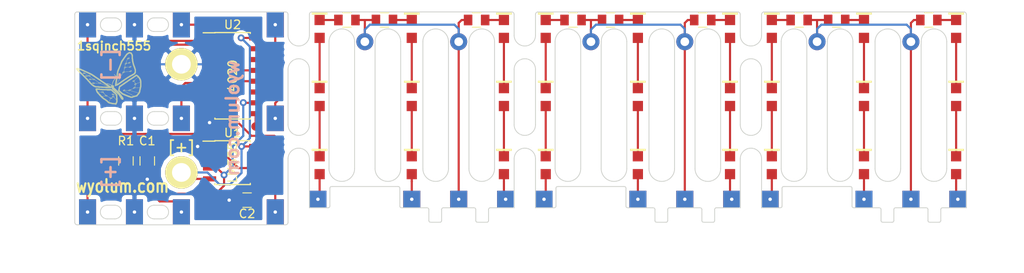
<source format=kicad_pcb>
(kicad_pcb (version 20171130) (host pcbnew 5.0.0-fee4fd1~66~ubuntu16.04.1)
  (layers (0 F.Cu signal) (31 B.Cu signal) (34 B.Paste user) (35 F.Paste user) (36 B.SilkS user) (37 F.SilkS user) (38 B.Mask user) (39 F.Mask user) (44 Edge.Cuts user))
  (net 0 "")
  (net 1 "Net-(D1-Pad1)")
  (net 2 "Net-(D2-Pad1)")
  (net 3 "Net-(D4-Pad1)")
  (net 4 "Net-(D5-Pad1)")
  (net 5 "Net-(D7-Pad1)")
  (net 6 "Net-(D8-Pad1)")
  (net 7 "Net-(D10-Pad1)")
  (net 8 "Net-(D11-Pad1)")
  (net 9 "Net-(D13-Pad1)")
  (net 10 "Net-(D14-Pad1)")
  (net 11 "Net-(D16-Pad1)")
  (net 12 "Net-(D17-Pad1)")
  (net 13 "Net-(D19-Pad1)")
  (net 14 "Net-(D20-Pad1)")
  (net 15 "Net-(D22-Pad1)")
  (net 16 "Net-(D23-Pad1)")
  (net 17 "Net-(D25-Pad1)")
  (net 18 "Net-(D26-Pad1)")
  (net 19 "Net-(J1-Pad1)")
  (net 20 /9V)
  (net 21 /GND)
  (net 22 /TR)
  (net 23 /CV)
  (net 24 /5)
  (net 25 /GND1)
  (net 26 /6)
  (net 27 /7)
  (net 28 /8)
  (net 29 /GND2)
  (net 30 /9)
  (net 31 /10)
  (net 32 /11)
  (net 33 /GND3)
  (net 34 /12)
  (net 35 /13)
  (net 36 /Q0)
  (net 37 /Q3)
  (net 38 /RST)
  (net 39 /Q4)
  (net 40 /Q5)
  (net 41 /Q6)
  (net 42 /Q7)
  (net 43 /Q8)
  (net 44 /Q9)
  (net 45 /Q10)
  (net 46 /Q11)
  (net 47 /Q12)
  (net 48 /Q13)
  (net 49 /OUT)
  (net 50 "Net-(D3-Pad1)")
  (net 51 "Net-(D6-Pad1)")
  (net 52 "Net-(D9-Pad1)")
  (net 53 "Net-(D12-Pad1)")
  (net 54 "Net-(D15-Pad1)")
  (net 55 "Net-(D18-Pad1)")
  (net 56 "Net-(D21-Pad1)")
  (net 57 "Net-(D24-Pad1)")
  (net 58 "Net-(D27-Pad1)")
  (module 1sqinch555_fp:LED-0805 (layer F.Cu) (at 66.2 55.5 270)
    (fp_text reference D1 hide)
    (fp_text value LED)
    (pad 2 smd rect (at 1.04902 0 90) (size 1.19888 1.19888) (layers F.Cu F.Paste F.Mask) (net 31 /10))
    (pad 1 smd rect (at -1.04902 0 90) (size 1.19888 1.19888) (layers F.Cu F.Paste F.Mask) (net 1 "Net-(D1-Pad1)"))
  )
  (module 1sqinch555_fp:LED-0805 (layer F.Cu) (at 66.2 47.5 270)
    (fp_text reference D2 hide)
    (fp_text value LED)
    (pad 2 smd rect (at 1.04902 0 90) (size 1.19888 1.19888) (layers F.Cu F.Paste F.Mask) (net 1 "Net-(D1-Pad1)"))
    (pad 1 smd rect (at -1.04902 0 90) (size 1.19888 1.19888) (layers F.Cu F.Paste F.Mask) (net 2 "Net-(D2-Pad1)"))
  )
  (module 1sqinch555_fp:LED-0805 (layer F.Cu) (at 66.2 39.5 270)
    (fp_text reference D3 hide)
    (fp_text value LED)
    (pad 2 smd rect (at 1.04902 0 90) (size 1.19888 1.19888) (layers F.Cu F.Paste F.Mask) (net 2 "Net-(D2-Pad1)"))
    (pad 1 smd rect (at -1.04902 0 90) (size 1.19888 1.19888) (layers F.Cu F.Paste F.Mask) (net 50 "Net-(D3-Pad1)"))
  )
  (module 1sqinch555_fp:LED-0805 (layer F.Cu) (at 77 55.5 270)
    (fp_text reference D4 hide)
    (fp_text value LED)
    (pad 2 smd rect (at 1.04902 0 90) (size 1.19888 1.19888) (layers F.Cu F.Paste F.Mask) (net 27 /7))
    (pad 1 smd rect (at -1.04902 0 90) (size 1.19888 1.19888) (layers F.Cu F.Paste F.Mask) (net 3 "Net-(D4-Pad1)"))
  )
  (module 1sqinch555_fp:LED-0805 (layer F.Cu) (at 77 47.5 270)
    (fp_text reference D5 hide)
    (fp_text value LED)
    (pad 2 smd rect (at 1.04902 0 90) (size 1.19888 1.19888) (layers F.Cu F.Paste F.Mask) (net 3 "Net-(D4-Pad1)"))
    (pad 1 smd rect (at -1.04902 0 90) (size 1.19888 1.19888) (layers F.Cu F.Paste F.Mask) (net 4 "Net-(D5-Pad1)"))
  )
  (module 1sqinch555_fp:LED-0805 (layer F.Cu) (at 77 39.5 270)
    (fp_text reference D6 hide)
    (fp_text value LED)
    (pad 2 smd rect (at 1.04902 0 90) (size 1.19888 1.19888) (layers F.Cu F.Paste F.Mask) (net 4 "Net-(D5-Pad1)"))
    (pad 1 smd rect (at -1.04902 0 90) (size 1.19888 1.19888) (layers F.Cu F.Paste F.Mask) (net 51 "Net-(D6-Pad1)"))
  )
  (module 1sqinch555_fp:LED-0805 (layer F.Cu) (at 87.8 55.5 270)
    (fp_text reference D7 hide)
    (fp_text value LED)
    (pad 2 smd rect (at 1.04902 0 90) (size 1.19888 1.19888) (layers F.Cu F.Paste F.Mask) (net 32 /11))
    (pad 1 smd rect (at -1.04902 0 90) (size 1.19888 1.19888) (layers F.Cu F.Paste F.Mask) (net 5 "Net-(D7-Pad1)"))
  )
  (module 1sqinch555_fp:LED-0805 (layer F.Cu) (at 87.8 47.5 270)
    (fp_text reference D8 hide)
    (fp_text value LED)
    (pad 2 smd rect (at 1.04902 0 90) (size 1.19888 1.19888) (layers F.Cu F.Paste F.Mask) (net 5 "Net-(D7-Pad1)"))
    (pad 1 smd rect (at -1.04902 0 90) (size 1.19888 1.19888) (layers F.Cu F.Paste F.Mask) (net 6 "Net-(D8-Pad1)"))
  )
  (module 1sqinch555_fp:LED-0805 (layer F.Cu) (at 87.8 39.5 270)
    (fp_text reference D9 hide)
    (fp_text value LED)
    (pad 2 smd rect (at 1.04902 0 90) (size 1.19888 1.19888) (layers F.Cu F.Paste F.Mask) (net 6 "Net-(D8-Pad1)"))
    (pad 1 smd rect (at -1.04902 0 90) (size 1.19888 1.19888) (layers F.Cu F.Paste F.Mask) (net 52 "Net-(D9-Pad1)"))
  )
  (module 1sqinch555_fp:LED-0805 (layer F.Cu) (at 92.7 55.5 270)
    (fp_text reference D10 hide)
    (fp_text value LED)
    (pad 2 smd rect (at 1.04902 0 90) (size 1.19888 1.19888) (layers F.Cu F.Paste F.Mask) (net 30 /9))
    (pad 1 smd rect (at -1.04902 0 90) (size 1.19888 1.19888) (layers F.Cu F.Paste F.Mask) (net 7 "Net-(D10-Pad1)"))
  )
  (module 1sqinch555_fp:LED-0805 (layer F.Cu) (at 92.7 47.5 270)
    (fp_text reference D11 hide)
    (fp_text value LED)
    (pad 2 smd rect (at 1.04902 0 90) (size 1.19888 1.19888) (layers F.Cu F.Paste F.Mask) (net 7 "Net-(D10-Pad1)"))
    (pad 1 smd rect (at -1.04902 0 90) (size 1.19888 1.19888) (layers F.Cu F.Paste F.Mask) (net 8 "Net-(D11-Pad1)"))
  )
  (module 1sqinch555_fp:LED-0805 (layer F.Cu) (at 92.7 39.5 270)
    (fp_text reference D12 hide)
    (fp_text value LED)
    (pad 2 smd rect (at 1.04902 0 90) (size 1.19888 1.19888) (layers F.Cu F.Paste F.Mask) (net 8 "Net-(D11-Pad1)"))
    (pad 1 smd rect (at -1.04902 0 90) (size 1.19888 1.19888) (layers F.Cu F.Paste F.Mask) (net 53 "Net-(D12-Pad1)"))
  )
  (module 1sqinch555_fp:LED-0805 (layer F.Cu) (at 103.5 55.5 270)
    (fp_text reference D13 hide)
    (fp_text value LED)
    (pad 2 smd rect (at 1.04902 0 90) (size 1.19888 1.19888) (layers F.Cu F.Paste F.Mask) (net 26 /6))
    (pad 1 smd rect (at -1.04902 0 90) (size 1.19888 1.19888) (layers F.Cu F.Paste F.Mask) (net 9 "Net-(D13-Pad1)"))
  )
  (module 1sqinch555_fp:LED-0805 (layer F.Cu) (at 103.5 47.5 270)
    (fp_text reference D14 hide)
    (fp_text value LED)
    (pad 2 smd rect (at 1.04902 0 90) (size 1.19888 1.19888) (layers F.Cu F.Paste F.Mask) (net 9 "Net-(D13-Pad1)"))
    (pad 1 smd rect (at -1.04902 0 90) (size 1.19888 1.19888) (layers F.Cu F.Paste F.Mask) (net 10 "Net-(D14-Pad1)"))
  )
  (module 1sqinch555_fp:LED-0805 (layer F.Cu) (at 103.5 39.5 270)
    (fp_text reference D15 hide)
    (fp_text value LED)
    (pad 2 smd rect (at 1.04902 0 90) (size 1.19888 1.19888) (layers F.Cu F.Paste F.Mask) (net 10 "Net-(D14-Pad1)"))
    (pad 1 smd rect (at -1.04902 0 90) (size 1.19888 1.19888) (layers F.Cu F.Paste F.Mask) (net 54 "Net-(D15-Pad1)"))
  )
  (module 1sqinch555_fp:LED-0805 (layer F.Cu) (at 114.3 55.5 270)
    (fp_text reference D16 hide)
    (fp_text value LED)
    (pad 2 smd rect (at 1.04902 0 90) (size 1.19888 1.19888) (layers F.Cu F.Paste F.Mask) (net 34 /12))
    (pad 1 smd rect (at -1.04902 0 90) (size 1.19888 1.19888) (layers F.Cu F.Paste F.Mask) (net 11 "Net-(D16-Pad1)"))
  )
  (module 1sqinch555_fp:LED-0805 (layer F.Cu) (at 114.3 47.5 270)
    (fp_text reference D17 hide)
    (fp_text value LED)
    (pad 2 smd rect (at 1.04902 0 90) (size 1.19888 1.19888) (layers F.Cu F.Paste F.Mask) (net 11 "Net-(D16-Pad1)"))
    (pad 1 smd rect (at -1.04902 0 90) (size 1.19888 1.19888) (layers F.Cu F.Paste F.Mask) (net 12 "Net-(D17-Pad1)"))
  )
  (module 1sqinch555_fp:LED-0805 (layer F.Cu) (at 114.3 39.5 270)
    (fp_text reference D18 hide)
    (fp_text value LED)
    (pad 2 smd rect (at 1.04902 0 90) (size 1.19888 1.19888) (layers F.Cu F.Paste F.Mask) (net 12 "Net-(D17-Pad1)"))
    (pad 1 smd rect (at -1.04902 0 90) (size 1.19888 1.19888) (layers F.Cu F.Paste F.Mask) (net 55 "Net-(D18-Pad1)"))
  )
  (module 1sqinch555_fp:LED-0805 (layer F.Cu) (at 119.2 55.5 270)
    (fp_text reference D19 hide)
    (fp_text value LED)
    (pad 2 smd rect (at 1.04902 0 90) (size 1.19888 1.19888) (layers F.Cu F.Paste F.Mask) (net 28 /8))
    (pad 1 smd rect (at -1.04902 0 90) (size 1.19888 1.19888) (layers F.Cu F.Paste F.Mask) (net 13 "Net-(D19-Pad1)"))
  )
  (module 1sqinch555_fp:LED-0805 (layer F.Cu) (at 119.2 47.5 270)
    (fp_text reference D20 hide)
    (fp_text value LED)
    (pad 2 smd rect (at 1.04902 0 90) (size 1.19888 1.19888) (layers F.Cu F.Paste F.Mask) (net 13 "Net-(D19-Pad1)"))
    (pad 1 smd rect (at -1.04902 0 90) (size 1.19888 1.19888) (layers F.Cu F.Paste F.Mask) (net 14 "Net-(D20-Pad1)"))
  )
  (module 1sqinch555_fp:LED-0805 (layer F.Cu) (at 119.2 39.5 270)
    (fp_text reference D21 hide)
    (fp_text value LED)
    (pad 2 smd rect (at 1.04902 0 90) (size 1.19888 1.19888) (layers F.Cu F.Paste F.Mask) (net 14 "Net-(D20-Pad1)"))
    (pad 1 smd rect (at -1.04902 0 90) (size 1.19888 1.19888) (layers F.Cu F.Paste F.Mask) (net 56 "Net-(D21-Pad1)"))
  )
  (module 1sqinch555_fp:LED-0805 (layer F.Cu) (at 130 55.5 270)
    (fp_text reference D22 hide)
    (fp_text value LED)
    (pad 2 smd rect (at 1.04902 0 90) (size 1.19888 1.19888) (layers F.Cu F.Paste F.Mask) (net 35 /13))
    (pad 1 smd rect (at -1.04902 0 90) (size 1.19888 1.19888) (layers F.Cu F.Paste F.Mask) (net 15 "Net-(D22-Pad1)"))
  )
  (module 1sqinch555_fp:LED-0805 (layer F.Cu) (at 130 47.5 270)
    (fp_text reference D23 hide)
    (fp_text value LED)
    (pad 2 smd rect (at 1.04902 0 90) (size 1.19888 1.19888) (layers F.Cu F.Paste F.Mask) (net 15 "Net-(D22-Pad1)"))
    (pad 1 smd rect (at -1.04902 0 90) (size 1.19888 1.19888) (layers F.Cu F.Paste F.Mask) (net 16 "Net-(D23-Pad1)"))
  )
  (module 1sqinch555_fp:LED-0805 (layer F.Cu) (at 130 39.5 270)
    (fp_text reference D24 hide)
    (fp_text value LED)
    (pad 2 smd rect (at 1.04902 0 90) (size 1.19888 1.19888) (layers F.Cu F.Paste F.Mask) (net 16 "Net-(D23-Pad1)"))
    (pad 1 smd rect (at -1.04902 0 90) (size 1.19888 1.19888) (layers F.Cu F.Paste F.Mask) (net 57 "Net-(D24-Pad1)"))
  )
  (module 1sqinch555_fp:LED-0805 (layer F.Cu) (at 140.8 55.5 270)
    (fp_text reference D25 hide)
    (fp_text value LED)
    (pad 2 smd rect (at 1.04902 0 90) (size 1.19888 1.19888) (layers F.Cu F.Paste F.Mask) (net 24 /5))
    (pad 1 smd rect (at -1.04902 0 90) (size 1.19888 1.19888) (layers F.Cu F.Paste F.Mask) (net 17 "Net-(D25-Pad1)"))
  )
  (module 1sqinch555_fp:LED-0805 (layer F.Cu) (at 140.8 47.5 270)
    (fp_text reference D26 hide)
    (fp_text value LED)
    (pad 2 smd rect (at 1.04902 0 90) (size 1.19888 1.19888) (layers F.Cu F.Paste F.Mask) (net 17 "Net-(D25-Pad1)"))
    (pad 1 smd rect (at -1.04902 0 90) (size 1.19888 1.19888) (layers F.Cu F.Paste F.Mask) (net 18 "Net-(D26-Pad1)"))
  )
  (module 1sqinch555_fp:LED-0805 (layer F.Cu) (at 140.8 39.5 270)
    (fp_text reference D27 hide)
    (fp_text value LED)
    (pad 2 smd rect (at 1.04902 0 90) (size 1.19888 1.19888) (layers F.Cu F.Paste F.Mask) (net 18 "Net-(D26-Pad1)"))
    (pad 1 smd rect (at -1.04902 0 90) (size 1.19888 1.19888) (layers F.Cu F.Paste F.Mask) (net 58 "Net-(D27-Pad1)"))
  )
  (module 1sqinch555_fp:pad_smd_1mm (layer F.Cu) (at 51.2 47.45 270)
    (fp_text reference J3 hide)
    (fp_text value Conn_01x01)
    (pad 1 smd circle (at 0 0 270) (size 1 1) (layers F.Cu F.Mask) (net 37 /Q3))
  )
  (module 1sqinch555_fp:R_0805 (layer F.Cu) (at 73.8 38.45)
    (fp_text reference R3 hide)
    (fp_text value 300)
    (pad 2 smd rect (at 1 0) (size 1 1.25) (layers F.Cu F.Paste F.Mask) (net 51 "Net-(D6-Pad1)"))
    (pad 1 smd rect (at -1 0) (size 1 1.25) (layers F.Cu F.Paste F.Mask) (net 25 /GND1))
  )
  (module 1sqinch555_fp:C_0805 (layer F.Cu) (at 57.7 59.6 180)
    (fp_text reference C2 (at 0 -1.6 180) (layer F.SilkS))
    (fp_text value 10nF)
    (pad 2 smd rect (at 1 0 180) (size 1 1.25) (layers F.Cu F.Paste F.Mask) (net 21 /GND))
    (pad 1 smd rect (at -1 0 180) (size 1 1.25) (layers F.Cu F.Paste F.Mask) (net 23 /CV))
  )
  (module 1sqinch555_fp:pad_3x2mm_smd (layer F.Cu) (at 39 61 270)
    (fp_text reference J6 hide)
    (fp_text value Conn_01x01)
    (pad 1 smd rect (at 0 0 270) (size 3 2) (layers B.Cu B.Mask) (net 40 /Q5))
    (pad 1 smd rect (at 0 0 270) (size 3 2) (layers F.Cu F.Mask) (net 40 /Q5))
  )
  (module 1sqinch555_fp:pad_3x2mm_smd (layer F.Cu) (at 50 50 270)
    (fp_text reference J8 hide)
    (fp_text value Conn_01x01)
    (pad 1 smd rect (at 0 0 270) (size 3 2) (layers B.Cu B.Mask) (net 41 /Q6))
    (pad 1 smd rect (at 0 0 270) (size 3 2) (layers F.Cu F.Mask) (net 41 /Q6))
  )
  (module 1sqinch555_fp:pad_3x2mm_smd (layer F.Cu) (at 50 38.999999 270)
    (fp_text reference J10 hide)
    (fp_text value Conn_01x01)
    (pad 1 smd rect (at 0 0 270) (size 3 2) (layers B.Cu B.Mask) (net 42 /Q7))
    (pad 1 smd rect (at 0 0 270) (size 3 2) (layers F.Cu F.Mask) (net 42 /Q7))
  )
  (module 1sqinch555_fp:pad_3x2mm_smd (layer F.Cu) (at 61 61 270)
    (fp_text reference J12 hide)
    (fp_text value Conn_01x01)
    (pad 1 smd rect (at 0 0 270) (size 3 2) (layers B.Cu B.Mask) (net 43 /Q8))
    (pad 1 smd rect (at 0 0 270) (size 3 2) (layers F.Cu F.Mask) (net 43 /Q8))
  )
  (module 1sqinch555_fp:pad_3x2mm_smd (layer F.Cu) (at 61.000001 50 270)
    (fp_text reference J14 hide)
    (fp_text value Conn_01x01)
    (pad 1 smd rect (at 0 0 270) (size 3 2) (layers B.Cu B.Mask) (net 44 /Q9))
    (pad 1 smd rect (at 0 0 270) (size 3 2) (layers F.Cu F.Mask) (net 44 /Q9))
  )
  (module 1sqinch555_fp:pad_3x2mm_smd (layer F.Cu) (at 61 39 270)
    (fp_text reference J16 hide)
    (fp_text value Conn_01x01)
    (pad 1 smd rect (at 0 0 270) (size 3 2) (layers B.Cu B.Mask) (net 45 /Q10))
    (pad 1 smd rect (at 0 0 270) (size 3 2) (layers F.Cu F.Mask) (net 45 /Q10))
  )
  (module 1sqinch555_fp:pad_3x2mm_smd (layer F.Cu) (at 39 39 270)
    (fp_text reference J18 hide)
    (fp_text value Conn_01x01)
    (pad 1 smd rect (at 0 0 270) (size 3 2) (layers B.Cu B.Mask) (net 46 /Q11))
    (pad 1 smd rect (at 0 0 270) (size 3 2) (layers F.Cu F.Mask) (net 46 /Q11))
  )
  (module 1sqinch555_fp:pad_3x2mm_smd (layer F.Cu) (at 38.999999 50 270)
    (fp_text reference J20 hide)
    (fp_text value Conn_01x01)
    (pad 1 smd rect (at 0 0 270) (size 3 2) (layers B.Cu B.Mask) (net 47 /Q12))
    (pad 1 smd rect (at 0 0 270) (size 3 2) (layers F.Cu F.Mask) (net 47 /Q12))
  )
  (module 1sqinch555_fp:pad_3x2mm_smd (layer F.Cu) (at 50 61.000001 270)
    (fp_text reference J22 hide)
    (fp_text value Conn_01x01)
    (pad 1 smd rect (at 0 0 270) (size 3 2) (layers B.Cu B.Mask) (net 48 /Q13))
    (pad 1 smd rect (at 0 0 270) (size 3 2) (layers F.Cu F.Mask) (net 48 /Q13))
  )
  (module 1sqinch555_fp:pad_3x2mm_smd (layer F.Cu) (at 44.5 50 270)
    (fp_text reference J24 hide)
    (fp_text value Conn_01x01)
    (pad 1 smd rect (at 0 0 270) (size 3 2) (layers B.Cu B.Mask) (net 21 /GND))
    (pad 1 smd rect (at 0 0 270) (size 3 2) (layers F.Cu F.Mask) (net 21 /GND))
  )
  (module 1sqinch555_fp:pad_3x2mm_smd (layer F.Cu) (at 44.5 39 270)
    (fp_text reference J26 hide)
    (fp_text value Conn_01x01)
    (pad 1 smd rect (at 0 0 270) (size 3 2) (layers B.Cu B.Mask) (net 21 /GND))
    (pad 1 smd rect (at 0 0 270) (size 3 2) (layers F.Cu F.Mask) (net 21 /GND))
  )
  (module 1sqinch555_fp:pad_3x2mm_smd (layer F.Cu) (at 44.5 61 270)
    (fp_text reference J28 hide)
    (fp_text value Conn_01x01)
    (pad 1 smd rect (at 0 0 270) (size 3 2) (layers B.Cu B.Mask) (net 21 /GND))
    (pad 1 smd rect (at 0 0 270) (size 3 2) (layers F.Cu F.Mask) (net 21 /GND))
  )
  (module 1sqinch555_fp:mouse-bite-2.5mm-slot (layer F.Cu) (at 116.75 52.75 90)
    (fp_text reference mouse-bite-2.5mm-slot hide)
    (fp_text value VAL** hide)
    (pad "" np_thru_hole circle (at 0.7 1 90) (size 0.5 0.5) (drill 0.5) (layers *.Cu *.Mask))
    (pad "" np_thru_hole circle (at -0.7 1 90) (size 0.5 0.5) (drill 0.5) (layers *.Cu *.Mask))
    (pad "" np_thru_hole circle (at -0.7 -1 90) (size 0.5 0.5) (drill 0.5) (layers *.Cu *.Mask))
    (pad "" np_thru_hole circle (at 0.7 -1 90) (size 0.5 0.5) (drill 0.5) (layers *.Cu *.Mask))
    (pad "" np_thru_hole circle (at 0 1 90) (size 0.5 0.5) (drill 0.5) (layers *.Cu *.Mask))
    (pad "" np_thru_hole circle (at 0 -1 90) (size 0.5 0.5) (drill 0.5) (layers *.Cu *.Mask))
  )
  (module 1sqinch555_fp:mouse-bite-2.5mm-slot (layer F.Cu) (at 116.75 42.25 90)
    (fp_text reference mouse-bite-2.5mm-slot hide)
    (fp_text value VAL** hide)
    (pad "" np_thru_hole circle (at 0.7 1 90) (size 0.5 0.5) (drill 0.5) (layers *.Cu *.Mask))
    (pad "" np_thru_hole circle (at -0.7 1 90) (size 0.5 0.5) (drill 0.5) (layers *.Cu *.Mask))
    (pad "" np_thru_hole circle (at -0.7 -1 90) (size 0.5 0.5) (drill 0.5) (layers *.Cu *.Mask))
    (pad "" np_thru_hole circle (at 0.7 -1 90) (size 0.5 0.5) (drill 0.5) (layers *.Cu *.Mask))
    (pad "" np_thru_hole circle (at 0 1 90) (size 0.5 0.5) (drill 0.5) (layers *.Cu *.Mask))
    (pad "" np_thru_hole circle (at 0 -1 90) (size 0.5 0.5) (drill 0.5) (layers *.Cu *.Mask))
  )
  (module 1sqinch555_fp:mouse-bite-2.5mm-slot (layer F.Cu) (at 90.25 52.75 90)
    (fp_text reference mouse-bite-2.5mm-slot hide)
    (fp_text value VAL** hide)
    (pad "" np_thru_hole circle (at 0.7 1 90) (size 0.5 0.5) (drill 0.5) (layers *.Cu *.Mask))
    (pad "" np_thru_hole circle (at -0.7 1 90) (size 0.5 0.5) (drill 0.5) (layers *.Cu *.Mask))
    (pad "" np_thru_hole circle (at -0.7 -1 90) (size 0.5 0.5) (drill 0.5) (layers *.Cu *.Mask))
    (pad "" np_thru_hole circle (at 0.7 -1 90) (size 0.5 0.5) (drill 0.5) (layers *.Cu *.Mask))
    (pad "" np_thru_hole circle (at 0 1 90) (size 0.5 0.5) (drill 0.5) (layers *.Cu *.Mask))
    (pad "" np_thru_hole circle (at 0 -1 90) (size 0.5 0.5) (drill 0.5) (layers *.Cu *.Mask))
  )
  (module 1sqinch555_fp:mouse-bite-2.5mm-slot (layer F.Cu) (at 90.25 42.25 90)
    (fp_text reference mouse-bite-2.5mm-slot hide)
    (fp_text value VAL** hide)
    (pad "" np_thru_hole circle (at 0.7 1 90) (size 0.5 0.5) (drill 0.5) (layers *.Cu *.Mask))
    (pad "" np_thru_hole circle (at -0.7 1 90) (size 0.5 0.5) (drill 0.5) (layers *.Cu *.Mask))
    (pad "" np_thru_hole circle (at -0.7 -1 90) (size 0.5 0.5) (drill 0.5) (layers *.Cu *.Mask))
    (pad "" np_thru_hole circle (at 0.7 -1 90) (size 0.5 0.5) (drill 0.5) (layers *.Cu *.Mask))
    (pad "" np_thru_hole circle (at 0 1 90) (size 0.5 0.5) (drill 0.5) (layers *.Cu *.Mask))
    (pad "" np_thru_hole circle (at 0 -1 90) (size 0.5 0.5) (drill 0.5) (layers *.Cu *.Mask))
  )
  (module 1sqinch555_fp:mouse-bite-2.5mm-slot (layer F.Cu) (at 63.75 42.25 90)
    (fp_text reference mouse-bite-2.5mm-slot hide)
    (fp_text value VAL** hide)
    (pad "" np_thru_hole circle (at 0.7 1 90) (size 0.5 0.5) (drill 0.5) (layers *.Cu *.Mask))
    (pad "" np_thru_hole circle (at -0.7 1 90) (size 0.5 0.5) (drill 0.5) (layers *.Cu *.Mask))
    (pad "" np_thru_hole circle (at -0.7 -1 90) (size 0.5 0.5) (drill 0.5) (layers *.Cu *.Mask))
    (pad "" np_thru_hole circle (at 0.7 -1 90) (size 0.5 0.5) (drill 0.5) (layers *.Cu *.Mask))
    (pad "" np_thru_hole circle (at 0 1 90) (size 0.5 0.5) (drill 0.5) (layers *.Cu *.Mask))
    (pad "" np_thru_hole circle (at 0 -1 90) (size 0.5 0.5) (drill 0.5) (layers *.Cu *.Mask))
  )
  (module 1sqinch555_fp:mouse-bite-2.5mm-slot (layer F.Cu) (at 63.75 52.75 90)
    (fp_text reference mouse-bite-2.5mm-slot hide)
    (fp_text value VAL** hide)
    (pad "" np_thru_hole circle (at 0.7 1 90) (size 0.5 0.5) (drill 0.5) (layers *.Cu *.Mask))
    (pad "" np_thru_hole circle (at -0.7 1 90) (size 0.5 0.5) (drill 0.5) (layers *.Cu *.Mask))
    (pad "" np_thru_hole circle (at -0.7 -1 90) (size 0.5 0.5) (drill 0.5) (layers *.Cu *.Mask))
    (pad "" np_thru_hole circle (at 0.7 -1 90) (size 0.5 0.5) (drill 0.5) (layers *.Cu *.Mask))
    (pad "" np_thru_hole circle (at 0 1 90) (size 0.5 0.5) (drill 0.5) (layers *.Cu *.Mask))
    (pad "" np_thru_hole circle (at 0 -1 90) (size 0.5 0.5) (drill 0.5) (layers *.Cu *.Mask))
  )
  (module 1sqinch555_fp:9V_clip_968 (layer F.Cu) (at 50 50 270)
    (fp_text reference BT1 hide)
    (fp_text value 9V)
    (pad 2 thru_hole circle (at -6.35 0 270) (size 3.8 3.8) (drill 2.2) (layers *.Cu *.Mask F.SilkS) (net 21 /GND))
    (pad 1 thru_hole circle (at 6.35 0 270) (size 3.8 3.8) (drill 2.2) (layers *.Cu *.Mask F.SilkS) (net 20 /9V))
  )
  (module 1sqinch555_fp:pad_2x2mm (layer F.Cu) (at 66 59.5 90)
    (fp_text reference J7 hide)
    (fp_text value Conn_01x01)
    (pad 1 smd rect (at 0 0 90) (size 2 2) (layers B.Cu B.Mask) (net 31 /10))
    (pad 1 smd rect (at 0 0 90) (size 2 2) (layers F.Cu F.Mask) (net 31 /10))
  )
  (module 1sqinch555_fp:pad_2x2mm (layer F.Cu) (at 77 59.499999 90)
    (fp_text reference J9 hide)
    (fp_text value Conn_01x01)
    (pad 1 smd rect (at 0 0 90) (size 2 2) (layers B.Cu B.Mask) (net 27 /7))
    (pad 1 smd rect (at 0 0 90) (size 2 2) (layers F.Cu F.Mask) (net 27 /7))
  )
  (module 1sqinch555_fp:pad_2x2mm (layer F.Cu) (at 88 59.5 90)
    (fp_text reference J11 hide)
    (fp_text value Conn_01x01)
    (pad 1 smd rect (at 0 0 90) (size 2 2) (layers B.Cu B.Mask) (net 32 /11))
    (pad 1 smd rect (at 0 0 90) (size 2 2) (layers F.Cu F.Mask) (net 32 /11))
  )
  (module 1sqinch555_fp:pad_2x2mm (layer F.Cu) (at 92.5 59.5 90)
    (fp_text reference J13 hide)
    (fp_text value Conn_01x01)
    (pad 1 smd rect (at 0 0 90) (size 2 2) (layers B.Cu B.Mask) (net 30 /9))
    (pad 1 smd rect (at 0 0 90) (size 2 2) (layers F.Cu F.Mask) (net 30 /9))
  )
  (module 1sqinch555_fp:pad_2x2mm (layer F.Cu) (at 103.5 59.499999 90)
    (fp_text reference J15 hide)
    (fp_text value Conn_01x01)
    (pad 1 smd rect (at 0 0 90) (size 2 2) (layers B.Cu B.Mask) (net 26 /6))
    (pad 1 smd rect (at 0 0 90) (size 2 2) (layers F.Cu F.Mask) (net 26 /6))
  )
  (module 1sqinch555_fp:pad_2x2mm (layer F.Cu) (at 114.5 59.5 90)
    (fp_text reference J17 hide)
    (fp_text value Conn_01x01)
    (pad 1 smd rect (at 0 0 90) (size 2 2) (layers B.Cu B.Mask) (net 34 /12))
    (pad 1 smd rect (at 0 0 90) (size 2 2) (layers F.Cu F.Mask) (net 34 /12))
  )
  (module 1sqinch555_fp:pad_2x2mm (layer F.Cu) (at 119 59.5 90)
    (fp_text reference J19 hide)
    (fp_text value Conn_01x01)
    (pad 1 smd rect (at 0 0 90) (size 2 2) (layers B.Cu B.Mask) (net 28 /8))
    (pad 1 smd rect (at 0 0 90) (size 2 2) (layers F.Cu F.Mask) (net 28 /8))
  )
  (module 1sqinch555_fp:pad_2x2mm (layer F.Cu) (at 130 59.499999 90)
    (fp_text reference J21 hide)
    (fp_text value Conn_01x01)
    (pad 1 smd rect (at 0 0 90) (size 2 2) (layers B.Cu B.Mask) (net 35 /13))
    (pad 1 smd rect (at 0 0 90) (size 2 2) (layers F.Cu F.Mask) (net 35 /13))
  )
  (module 1sqinch555_fp:pad_2x2mm (layer F.Cu) (at 141 59.5 90)
    (fp_text reference J23 hide)
    (fp_text value Conn_01x01)
    (pad 1 smd rect (at 0 0 90) (size 2 2) (layers B.Cu B.Mask) (net 24 /5))
    (pad 1 smd rect (at 0 0 90) (size 2 2) (layers F.Cu F.Mask) (net 24 /5))
  )
  (module 1sqinch555_fp:pad_2x2mm (layer F.Cu) (at 82.5 59.5 90)
    (fp_text reference J25 hide)
    (fp_text value Conn_01x01)
    (pad 1 smd rect (at 0 0 90) (size 2 2) (layers B.Cu B.Mask) (net 25 /GND1))
    (pad 1 smd rect (at 0 0 90) (size 2 2) (layers F.Cu F.Mask) (net 25 /GND1))
  )
  (module 1sqinch555_fp:pad_2x2mm (layer F.Cu) (at 109 59.5 90)
    (fp_text reference J27 hide)
    (fp_text value Conn_01x01)
    (pad 1 smd rect (at 0 0 90) (size 2 2) (layers B.Cu B.Mask) (net 29 /GND2))
    (pad 1 smd rect (at 0 0 90) (size 2 2) (layers F.Cu F.Mask) (net 29 /GND2))
  )
  (module 1sqinch555_fp:pad_2x2mm (layer F.Cu) (at 135.5 59.5 90)
    (fp_text reference J29 hide)
    (fp_text value Conn_01x01)
    (pad 1 smd rect (at 0 0 90) (size 2 2) (layers B.Cu B.Mask) (net 33 /GND3))
    (pad 1 smd rect (at 0 0 90) (size 2 2) (layers F.Cu F.Mask) (net 33 /GND3))
  )
  (module 1sqinch555_fp:SOIC-8_3.9x4.9mm_Pitch1.27mm (layer F.Cu) (at 56 55.2)
    (fp_text reference U1 (at 0 -3.5) (layer F.SilkS))
    (fp_text value LM555 (at 0 0 90) (layer F.SilkS))
    (pad 1 smd rect (at -2.7 -1.905) (size 1.55 0.6) (layers F.Cu F.Paste F.Mask) (net 21 /GND))
    (pad 2 smd rect (at -2.7 -0.635) (size 1.55 0.6) (layers F.Cu F.Paste F.Mask) (net 22 /TR))
    (pad 3 smd rect (at -2.7 0.635) (size 1.55 0.6) (layers F.Cu F.Paste F.Mask) (net 49 /OUT))
    (pad 4 smd rect (at -2.7 1.905) (size 1.55 0.6) (layers F.Cu F.Paste F.Mask) (net 20 /9V))
    (pad 5 smd rect (at 2.7 1.905) (size 1.55 0.6) (layers F.Cu F.Paste F.Mask) (net 23 /CV))
    (pad 6 smd rect (at 2.7 0.635) (size 1.55 0.6) (layers F.Cu F.Paste F.Mask) (net 22 /TR))
    (pad 7 smd rect (at 2.7 -0.635) (size 1.55 0.6) (layers F.Cu F.Paste F.Mask) (net 19 "Net-(J1-Pad1)"))
    (pad 8 smd rect (at 2.7 -1.905) (size 1.55 0.6) (layers F.Cu F.Paste F.Mask) (net 20 /9V))
  )
  (module 1sqinch555_fp:SOIC-16_3.9x9.9mm_Pitch1.27mm (layer F.Cu) (at 56 45)
    (fp_text reference U2 (at 0 -6) (layer F.SilkS))
    (fp_text value 4020 (at 0 0 90) (layer F.SilkS))
    (pad 1 smd rect (at -2.7 -4.445) (size 1.5 0.6) (layers F.Cu F.Paste F.Mask) (net 46 /Q11))
    (pad 2 smd rect (at -2.7 -3.175) (size 1.5 0.6) (layers F.Cu F.Paste F.Mask) (net 47 /Q12))
    (pad 3 smd rect (at -2.7 -1.905) (size 1.5 0.6) (layers F.Cu F.Paste F.Mask) (net 48 /Q13))
    (pad 4 smd rect (at -2.7 -0.635) (size 1.5 0.6) (layers F.Cu F.Paste F.Mask) (net 40 /Q5))
    (pad 5 smd rect (at -2.7 0.635) (size 1.5 0.6) (layers F.Cu F.Paste F.Mask) (net 39 /Q4))
    (pad 6 smd rect (at -2.7 1.905) (size 1.5 0.6) (layers F.Cu F.Paste F.Mask) (net 41 /Q6))
    (pad 7 smd rect (at -2.7 3.175) (size 1.5 0.6) (layers F.Cu F.Paste F.Mask) (net 37 /Q3))
    (pad 8 smd rect (at -2.7 4.445) (size 1.5 0.6) (layers F.Cu F.Paste F.Mask) (net 21 /GND))
    (pad 9 smd rect (at 2.7 4.445) (size 1.5 0.6) (layers F.Cu F.Paste F.Mask) (net 36 /Q0))
    (pad 10 smd rect (at 2.7 3.175) (size 1.5 0.6) (layers F.Cu F.Paste F.Mask) (net 49 /OUT))
    (pad 11 smd rect (at 2.7 1.905) (size 1.5 0.6) (layers F.Cu F.Paste F.Mask) (net 38 /RST))
    (pad 12 smd rect (at 2.7 0.635) (size 1.5 0.6) (layers F.Cu F.Paste F.Mask) (net 43 /Q8))
    (pad 13 smd rect (at 2.7 -0.635) (size 1.5 0.6) (layers F.Cu F.Paste F.Mask) (net 42 /Q7))
    (pad 14 smd rect (at 2.7 -1.905) (size 1.5 0.6) (layers F.Cu F.Paste F.Mask) (net 44 /Q9))
    (pad 15 smd rect (at 2.7 -3.175) (size 1.5 0.6) (layers F.Cu F.Paste F.Mask) (net 45 /Q10))
    (pad 16 smd rect (at 2.7 -4.445) (size 1.5 0.6) (layers F.Cu F.Paste F.Mask) (net 20 /9V))
  )
  (module 1sqinch555_fp:Plated_Hole_d1.0mm (layer F.Cu) (at 71.5 41 90)
    (fp_text reference J30 hide)
    (fp_text value Conn_01x01)
    (pad 1 thru_hole circle (at 0 0 90) (size 2 2) (drill 1.016) (layers *.Cu *.Mask) (net 25 /GND1))
  )
  (module 1sqinch555_fp:Plated_Hole_d1.0mm (layer F.Cu) (at 82.5 41 90)
    (fp_text reference J31 hide)
    (fp_text value Conn_01x01)
    (pad 1 thru_hole circle (at 0 0 90) (size 2 2) (drill 1.016) (layers *.Cu *.Mask) (net 25 /GND1))
  )
  (module 1sqinch555_fp:Plated_Hole_d1.0mm (layer F.Cu) (at 98 41 90)
    (fp_text reference J32 hide)
    (fp_text value Conn_01x01)
    (pad 1 thru_hole circle (at 0 0 90) (size 2 2) (drill 1.016) (layers *.Cu *.Mask) (net 29 /GND2))
  )
  (module 1sqinch555_fp:Plated_Hole_d1.0mm (layer F.Cu) (at 109 41 90)
    (fp_text reference J33 hide)
    (fp_text value Conn_01x01)
    (pad 1 thru_hole circle (at 0 0 90) (size 2 2) (drill 1.016) (layers *.Cu *.Mask) (net 29 /GND2))
  )
  (module 1sqinch555_fp:Plated_Hole_d1.0mm (layer F.Cu) (at 135.5 41 90)
    (fp_text reference J34 hide)
    (fp_text value Conn_01x01)
    (pad 1 thru_hole circle (at 0 0 90) (size 2 2) (drill 1.016) (layers *.Cu *.Mask) (net 33 /GND3))
  )
  (module 1sqinch555_fp:Plated_Hole_d1.0mm (layer F.Cu) (at 124.5 41 90)
    (fp_text reference J35 hide)
    (fp_text value Conn_01x01)
    (pad 1 thru_hole circle (at 0 0 90) (size 2 2) (drill 1.016) (layers *.Cu *.Mask) (net 33 /GND3))
  )
  (module 1sqinch555_fp:pad_smd_1mm (layer F.Cu) (at 60.5 54.55 270)
    (fp_text reference J1 hide)
    (fp_text value Conn_01x01)
    (pad 1 smd circle (at 0 0 270) (size 1 1) (layers F.Cu F.Mask) (net 19 "Net-(J1-Pad1)"))
  )
  (module 1sqinch555_fp:pad_smd_1mm (layer F.Cu) (at 58.7 50.949999 270)
    (fp_text reference J2 hide)
    (fp_text value Conn_01x01)
    (pad 1 smd circle (at 0 0 270) (size 1 1) (layers F.Cu F.Mask) (net 36 /Q0))
  )
  (module 1sqinch555_fp:pad_smd_1mm (layer F.Cu) (at 60.45 46.9 270)
    (fp_text reference J4 hide)
    (fp_text value Conn_01x01)
    (pad 1 smd circle (at 0 0 270) (size 1 1) (layers F.Cu F.Mask) (net 38 /RST))
  )
  (module 1sqinch555_fp:pad_smd_1mm (layer F.Cu) (at 48.9 46.55 270)
    (fp_text reference J5 hide)
    (fp_text value Conn_01x01)
    (pad 1 smd circle (at 0 0 270) (size 1 1) (layers F.Cu F.Mask) (net 39 /Q4))
  )
  (module 1sqinch555_fp:Logo-WL3 (layer F.Cu) (at 36.5 41.65)
    (fp_text reference G1 hide)
    (fp_text value Logo-WL3 hide)
  )
  (module 1sqinch555_fp:C_0805 (layer F.Cu) (at 46 55 270)
    (fp_text reference C1 (at -2.35 0) (layer F.SilkS))
    (fp_text value 10uF)
    (pad 2 smd rect (at 1 0 270) (size 1 1.25) (layers F.Cu F.Paste F.Mask) (net 21 /GND))
    (pad 1 smd rect (at -1 0 270) (size 1 1.25) (layers F.Cu F.Paste F.Mask) (net 22 /TR))
  )
  (module 1sqinch555_fp:R_0805 (layer F.Cu) (at 43.5 55 90)
    (fp_text reference R1 (at 2.35 0 180) (layer F.SilkS))
    (fp_text value 33k)
    (pad 2 smd rect (at 1 0 90) (size 1 1.25) (layers F.Cu F.Paste F.Mask) (net 22 /TR))
    (pad 1 smd rect (at -1 0 90) (size 1 1.25) (layers F.Cu F.Paste F.Mask) (net 49 /OUT))
  )
  (module 1sqinch555_fp:R_0805 (layer F.Cu) (at 69.4 38.45 180)
    (fp_text reference R2 hide)
    (fp_text value 300)
    (pad 2 smd rect (at 1 0 180) (size 1 1.25) (layers F.Cu F.Paste F.Mask) (net 50 "Net-(D3-Pad1)"))
    (pad 1 smd rect (at -1 0 180) (size 1 1.25) (layers F.Cu F.Paste F.Mask) (net 25 /GND1))
  )
  (module 1sqinch555_fp:R_0805 (layer F.Cu) (at 84.6 38.45)
    (fp_text reference R4 hide)
    (fp_text value 300)
    (pad 2 smd rect (at 1 0) (size 1 1.25) (layers F.Cu F.Paste F.Mask) (net 52 "Net-(D9-Pad1)"))
    (pad 1 smd rect (at -1 0) (size 1 1.25) (layers F.Cu F.Paste F.Mask) (net 25 /GND1))
  )
  (module 1sqinch555_fp:R_0805 (layer F.Cu) (at 95.9 38.45 180)
    (fp_text reference R5 hide)
    (fp_text value 300)
    (pad 2 smd rect (at 1 0 180) (size 1 1.25) (layers F.Cu F.Paste F.Mask) (net 53 "Net-(D12-Pad1)"))
    (pad 1 smd rect (at -1 0 180) (size 1 1.25) (layers F.Cu F.Paste F.Mask) (net 29 /GND2))
  )
  (module 1sqinch555_fp:R_0805 (layer F.Cu) (at 100.3 38.45)
    (fp_text reference R6 hide)
    (fp_text value 300)
    (pad 2 smd rect (at 1 0) (size 1 1.25) (layers F.Cu F.Paste F.Mask) (net 54 "Net-(D15-Pad1)"))
    (pad 1 smd rect (at -1 0) (size 1 1.25) (layers F.Cu F.Paste F.Mask) (net 29 /GND2))
  )
  (module 1sqinch555_fp:R_0805 (layer F.Cu) (at 111.1 38.45)
    (fp_text reference R7 hide)
    (fp_text value 300)
    (pad 2 smd rect (at 1 0) (size 1 1.25) (layers F.Cu F.Paste F.Mask) (net 55 "Net-(D18-Pad1)"))
    (pad 1 smd rect (at -1 0) (size 1 1.25) (layers F.Cu F.Paste F.Mask) (net 29 /GND2))
  )
  (module 1sqinch555_fp:R_0805 (layer F.Cu) (at 122.4 38.45 180)
    (fp_text reference R8 hide)
    (fp_text value 300)
    (pad 2 smd rect (at 1 0 180) (size 1 1.25) (layers F.Cu F.Paste F.Mask) (net 56 "Net-(D21-Pad1)"))
    (pad 1 smd rect (at -1 0 180) (size 1 1.25) (layers F.Cu F.Paste F.Mask) (net 33 /GND3))
  )
  (module 1sqinch555_fp:R_0805 (layer F.Cu) (at 126.8 38.45)
    (fp_text reference R9 hide)
    (fp_text value 300)
    (pad 2 smd rect (at 1 0) (size 1 1.25) (layers F.Cu F.Paste F.Mask) (net 57 "Net-(D24-Pad1)"))
    (pad 1 smd rect (at -1 0) (size 1 1.25) (layers F.Cu F.Paste F.Mask) (net 33 /GND3))
  )
  (module 1sqinch555_fp:R_0805 (layer F.Cu) (at 137.6 38.45)
    (fp_text reference R10 hide)
    (fp_text value 300)
    (pad 2 smd rect (at 1 0) (size 1 1.25) (layers F.Cu F.Paste F.Mask) (net 58 "Net-(D27-Pad1)"))
    (pad 1 smd rect (at -1 0) (size 1 1.25) (layers F.Cu F.Paste F.Mask) (net 33 /GND3))
  )
  (gr_text 1sqinch555 (at 42.1 41.5) (layer F.SilkS) (effects (font (size 1 1) (thickness 0.2))))
  (gr_arc (start 141.7 37.8) (end 142 37.8) (angle -90) (layer Edge.Cuts) (width 0.1))
  (gr_arc (start 118.3 37.8) (end 118.3 37.5) (angle -90) (layer Edge.Cuts) (width 0.1))
  (gr_arc (start 115.2 37.8) (end 115.5 37.8) (angle -90) (layer Edge.Cuts) (width 0.1))
  (gr_arc (start 91.8 37.8) (end 91.8 37.5) (angle -90) (layer Edge.Cuts) (width 0.1))
  (gr_arc (start 88.7 37.8) (end 89 37.8) (angle -90) (layer Edge.Cuts) (width 0.1))
  (gr_arc (start 65.3 37.8) (end 65.3 37.5) (angle -90) (layer Edge.Cuts) (width 0.1))
  (gr_arc (start 62.2 37.8) (end 62.5 37.8) (angle -90) (layer Edge.Cuts) (width 0.1))
  (gr_arc (start 62.2 62.2) (end 62.2 62.5) (angle -90) (layer Edge.Cuts) (width 0.1))
  (gr_arc (start 37.8 62.2) (end 37.5 62.2) (angle -90) (layer Edge.Cuts) (width 0.1))
  (gr_arc (start 37.8 37.8) (end 37.8 37.5) (angle -90) (layer Edge.Cuts) (width 0.1))
  (gr_text wyolum.com (at 56 50 90) (layer B.SilkS) (effects (font (size 1.5 1.5) (thickness 0.3)) (justify mirror)))
  (gr_text wyolum.com (at 43.1 57.95) (layer F.SilkS) (effects (font (size 1.5 1.2) (thickness 0.25))))
  (gr_line (start 118 54.75) (end 118 60.5) (layer Edge.Cuts) (width 0.1))
  (gr_line (start 115.5 54.75) (end 115.5 60.5) (layer Edge.Cuts) (width 0.1))
  (gr_line (start 118 44.25) (end 118 50.75) (layer Edge.Cuts) (width 0.1))
  (gr_line (start 115.5 44.25) (end 115.5 50.75) (layer Edge.Cuts) (width 0.1))
  (gr_line (start 91.5 54.75) (end 91.5 60.5) (layer Edge.Cuts) (width 0.1))
  (gr_line (start 89 54.75) (end 89 60.5) (layer Edge.Cuts) (width 0.1))
  (gr_line (start 91.5 44.25) (end 91.5 50.75) (layer Edge.Cuts) (width 0.1))
  (gr_line (start 89 44.25) (end 89 50.75) (layer Edge.Cuts) (width 0.1))
  (gr_line (start 65 60.5) (end 65 54.75) (layer Edge.Cuts) (width 0.1))
  (gr_line (start 62.5 54.75) (end 62.5 62.2) (layer Edge.Cuts) (width 0.1))
  (gr_line (start 65 50.75) (end 65 44.25) (layer Edge.Cuts) (width 0.1))
  (gr_line (start 62.5 44.25) (end 62.5 50.75) (layer Edge.Cuts) (width 0.1))
  (gr_arc (start 116.75 54.75) (end 118 54.75) (angle -180) (layer Edge.Cuts) (width 0.1))
  (gr_arc (start 116.75 50.75) (end 115.5 50.75) (angle -180) (layer Edge.Cuts) (width 0.1))
  (gr_arc (start 116.75 44.25) (end 118 44.25) (angle -180) (layer Edge.Cuts) (width 0.1))
  (gr_arc (start 116.75 40.25) (end 115.5 40.25) (angle -180) (layer Edge.Cuts) (width 0.1))
  (gr_arc (start 90.25 40.25) (end 89 40.25) (angle -180) (layer Edge.Cuts) (width 0.1))
  (gr_arc (start 90.25 44.25) (end 91.5 44.25) (angle -180) (layer Edge.Cuts) (width 0.1))
  (gr_arc (start 90.25 50.75) (end 89 50.75) (angle -180) (layer Edge.Cuts) (width 0.1))
  (gr_arc (start 90.25 54.75) (end 91.5 54.75) (angle -180) (layer Edge.Cuts) (width 0.1))
  (gr_arc (start 63.75 54.75) (end 65 54.75) (angle -180) (layer Edge.Cuts) (width 0.1))
  (gr_arc (start 63.75 50.75) (end 62.5 50.75) (angle -180) (layer Edge.Cuts) (width 0.1))
  (gr_arc (start 63.75 44.25) (end 65 44.25) (angle -180) (layer Edge.Cuts) (width 0.1))
  (gr_arc (start 63.75 40.25) (end 62.5 40.25) (angle -180) (layer Edge.Cuts) (width 0.1))
  (gr_line (start 120.300001 55.9) (end 120.3 40.999999) (layer Edge.Cuts) (width 0.1))
  (gr_line (start 139.7 40.999999) (end 139.699999 55.9) (layer Edge.Cuts) (width 0.1))
  (gr_arc (start 138.2 55.9) (end 136.7 55.9) (angle -180) (layer Edge.Cuts) (width 0.1))
  (gr_line (start 134.3 41) (end 134.3 55.9) (layer Edge.Cuts) (width 0.1))
  (gr_line (start 123.3 41) (end 123.3 55.9) (layer Edge.Cuts) (width 0.1))
  (gr_arc (start 132.8 41) (end 134.3 41) (angle -180) (layer Edge.Cuts) (width 0.1))
  (gr_line (start 136.7 55.9) (end 136.7 41) (layer Edge.Cuts) (width 0.1))
  (gr_arc (start 121.8 55.9) (end 120.300001 55.9) (angle -180) (layer Edge.Cuts) (width 0.1))
  (gr_arc (start 121.8 41) (end 123.3 41) (angle -180) (layer Edge.Cuts) (width 0.1))
  (gr_arc (start 138.2 41) (end 139.7 40.999999) (angle -180) (layer Edge.Cuts) (width 0.1))
  (gr_arc (start 127.2 41) (end 128.7 41) (angle -180) (layer Edge.Cuts) (width 0.1))
  (gr_line (start 131.3 55.9) (end 131.3 41) (layer Edge.Cuts) (width 0.1))
  (gr_line (start 125.7 55.9) (end 125.7 41) (layer Edge.Cuts) (width 0.1))
  (gr_arc (start 127.2 55.9) (end 125.7 55.9) (angle -180) (layer Edge.Cuts) (width 0.1))
  (gr_line (start 128.7 41) (end 128.7 55.9) (layer Edge.Cuts) (width 0.1))
  (gr_arc (start 132.8 55.9) (end 131.3 55.9) (angle -180) (layer Edge.Cuts) (width 0.1))
  (gr_arc (start 106.3 55.9) (end 104.8 55.9) (angle -180) (layer Edge.Cuts) (width 0.1))
  (gr_arc (start 106.3 41) (end 107.8 41) (angle -180) (layer Edge.Cuts) (width 0.1))
  (gr_line (start 99.2 55.9) (end 99.2 41) (layer Edge.Cuts) (width 0.1))
  (gr_line (start 102.2 41) (end 102.2 55.9) (layer Edge.Cuts) (width 0.1))
  (gr_line (start 107.8 41) (end 107.8 55.9) (layer Edge.Cuts) (width 0.1))
  (gr_line (start 96.8 41) (end 96.8 55.9) (layer Edge.Cuts) (width 0.1))
  (gr_arc (start 100.7 41) (end 102.2 41) (angle -180) (layer Edge.Cuts) (width 0.1))
  (gr_line (start 93.800001 55.9) (end 93.8 40.999999) (layer Edge.Cuts) (width 0.1))
  (gr_arc (start 95.3 41) (end 96.8 41) (angle -180) (layer Edge.Cuts) (width 0.1))
  (gr_line (start 104.8 55.9) (end 104.8 41) (layer Edge.Cuts) (width 0.1))
  (gr_line (start 110.2 55.9) (end 110.2 41) (layer Edge.Cuts) (width 0.1))
  (gr_line (start 113.2 40.999999) (end 113.199999 55.9) (layer Edge.Cuts) (width 0.1))
  (gr_arc (start 111.7 55.9) (end 110.2 55.9) (angle -180) (layer Edge.Cuts) (width 0.1))
  (gr_arc (start 111.7 41) (end 113.2 40.999999) (angle -180) (layer Edge.Cuts) (width 0.1))
  (gr_arc (start 95.3 55.9) (end 93.800001 55.9) (angle -180) (layer Edge.Cuts) (width 0.1))
  (gr_arc (start 100.7 55.9) (end 99.2 55.9) (angle -180) (layer Edge.Cuts) (width 0.1))
  (gr_line (start 67.300001 55.9) (end 67.3 40.999999) (layer Edge.Cuts) (width 0.1))
  (gr_line (start 70.3 41) (end 70.3 55.9) (layer Edge.Cuts) (width 0.1))
  (gr_arc (start 68.8 41) (end 70.3 41) (angle -180) (layer Edge.Cuts) (width 0.1))
  (gr_arc (start 68.8 55.9) (end 67.300001 55.9) (angle -180) (layer Edge.Cuts) (width 0.1))
  (gr_arc (start 74.2 55.9) (end 72.7 55.9) (angle -180) (layer Edge.Cuts) (width 0.1))
  (gr_arc (start 74.2 41) (end 75.7 41) (angle -180) (layer Edge.Cuts) (width 0.1))
  (gr_line (start 75.7 41) (end 75.7 55.9) (layer Edge.Cuts) (width 0.1))
  (gr_line (start 72.7 55.9) (end 72.7 41) (layer Edge.Cuts) (width 0.1))
  (gr_line (start 78.3 55.9) (end 78.3 41) (layer Edge.Cuts) (width 0.1))
  (gr_line (start 81.3 41) (end 81.3 55.9) (layer Edge.Cuts) (width 0.1))
  (gr_arc (start 79.8 55.9) (end 78.3 55.9) (angle -180) (layer Edge.Cuts) (width 0.1))
  (gr_arc (start 79.8 41) (end 81.3 41) (angle -180) (layer Edge.Cuts) (width 0.1))
  (gr_line (start 128.8 60.5) (end 131.8 60.5) (layer Edge.Cuts) (width 0.1))
  (gr_line (start 137.3 60.5) (end 135.5 60.5) (layer Edge.Cuts) (width 0.1))
  (gr_arc (start 138.8 62) (end 138.8 62.2) (angle -90) (layer Edge.Cuts) (width 0.1))
  (gr_arc (start 132.2 62) (end 132 62) (angle -90) (layer Edge.Cuts) (width 0.1))
  (gr_arc (start 137.3 60.7) (end 137.499999 60.7) (angle -90) (layer Edge.Cuts) (width 0.1))
  (gr_arc (start 137.7 62) (end 137.5 62) (angle -90) (layer Edge.Cuts) (width 0.1))
  (gr_arc (start 120.2 60.3) (end 120.2 60.5) (angle -90) (layer Edge.Cuts) (width 0.1))
  (gr_arc (start 128.8 60.3) (end 128.6 60.3) (angle -90) (layer Edge.Cuts) (width 0.1))
  (gr_line (start 139.000001 60.7) (end 139 62) (layer Edge.Cuts) (width 0.1))
  (gr_arc (start 131.8 60.7) (end 132 60.7) (angle -90) (layer Edge.Cuts) (width 0.1))
  (gr_arc (start 128.4 58.2) (end 128.6 58.2) (angle -90) (layer Edge.Cuts) (width 0.1))
  (gr_arc (start 120.6 58.2) (end 120.6 58) (angle -90) (layer Edge.Cuts) (width 0.1))
  (gr_line (start 132 62) (end 132 60.7) (layer Edge.Cuts) (width 0.1))
  (gr_line (start 133.5 60.7) (end 133.5 62) (layer Edge.Cuts) (width 0.1))
  (gr_line (start 120.399999 58.2) (end 120.4 60.3) (layer Edge.Cuts) (width 0.1))
  (gr_line (start 138.8 62.2) (end 137.7 62.2) (layer Edge.Cuts) (width 0.1))
  (gr_line (start 135.5 60.5) (end 133.7 60.5) (layer Edge.Cuts) (width 0.1))
  (gr_line (start 120.2 60.5) (end 118 60.5) (layer Edge.Cuts) (width 0.1))
  (gr_arc (start 133.3 62) (end 133.3 62.2) (angle -90) (layer Edge.Cuts) (width 0.1))
  (gr_line (start 142 60.5) (end 139.2 60.5) (layer Edge.Cuts) (width 0.1))
  (gr_line (start 128.6 60.3) (end 128.6 58.2) (layer Edge.Cuts) (width 0.1))
  (gr_line (start 133.3 62.2) (end 132.2 62.2) (layer Edge.Cuts) (width 0.1))
  (gr_arc (start 139.2 60.7) (end 139.2 60.5) (angle -90) (layer Edge.Cuts) (width 0.1))
  (gr_line (start 137.5 62) (end 137.499999 60.7) (layer Edge.Cuts) (width 0.1))
  (gr_line (start 128.4 58) (end 120.6 58) (layer Edge.Cuts) (width 0.1))
  (gr_arc (start 133.700001 60.7) (end 133.7 60.5) (angle -90) (layer Edge.Cuts) (width 0.1))
  (gr_arc (start 105.7 62) (end 105.5 62) (angle -90) (layer Edge.Cuts) (width 0.1))
  (gr_arc (start 110.8 60.7) (end 110.999999 60.7) (angle -90) (layer Edge.Cuts) (width 0.1))
  (gr_arc (start 101.9 58.2) (end 102.1 58.2) (angle -90) (layer Edge.Cuts) (width 0.1))
  (gr_arc (start 94.1 58.2) (end 94.1 58) (angle -90) (layer Edge.Cuts) (width 0.1))
  (gr_arc (start 93.7 60.3) (end 93.7 60.5) (angle -90) (layer Edge.Cuts) (width 0.1))
  (gr_arc (start 112.7 60.7) (end 112.7 60.5) (angle -90) (layer Edge.Cuts) (width 0.1))
  (gr_line (start 102.3 60.5) (end 105.3 60.5) (layer Edge.Cuts) (width 0.1))
  (gr_line (start 102.1 60.3) (end 102.1 58.2) (layer Edge.Cuts) (width 0.1))
  (gr_arc (start 107.200001 60.7) (end 107.2 60.5) (angle -90) (layer Edge.Cuts) (width 0.1))
  (gr_arc (start 102.3 60.3) (end 102.1 60.3) (angle -90) (layer Edge.Cuts) (width 0.1))
  (gr_line (start 101.9 58) (end 94.1 58) (layer Edge.Cuts) (width 0.1))
  (gr_arc (start 105.3 60.7) (end 105.5 60.7) (angle -90) (layer Edge.Cuts) (width 0.1))
  (gr_arc (start 111.2 62) (end 111 62) (angle -90) (layer Edge.Cuts) (width 0.1))
  (gr_line (start 93.899999 58.2) (end 93.9 60.3) (layer Edge.Cuts) (width 0.1))
  (gr_arc (start 106.8 62) (end 106.8 62.2) (angle -90) (layer Edge.Cuts) (width 0.1))
  (gr_line (start 93.7 60.5) (end 91.5 60.5) (layer Edge.Cuts) (width 0.1))
  (gr_line (start 115.5 60.5) (end 112.7 60.5) (layer Edge.Cuts) (width 0.1))
  (gr_line (start 112.500001 60.7) (end 112.5 62) (layer Edge.Cuts) (width 0.1))
  (gr_line (start 112.3 62.2) (end 111.2 62.2) (layer Edge.Cuts) (width 0.1))
  (gr_line (start 111 62) (end 110.999999 60.7) (layer Edge.Cuts) (width 0.1))
  (gr_line (start 110.8 60.5) (end 109 60.5) (layer Edge.Cuts) (width 0.1))
  (gr_line (start 109 60.5) (end 107.2 60.5) (layer Edge.Cuts) (width 0.1))
  (gr_line (start 107 60.7) (end 107 62) (layer Edge.Cuts) (width 0.1))
  (gr_line (start 106.8 62.2) (end 105.7 62.2) (layer Edge.Cuts) (width 0.1))
  (gr_line (start 105.5 62) (end 105.5 60.7) (layer Edge.Cuts) (width 0.1))
  (gr_arc (start 112.3 62) (end 112.3 62.2) (angle -90) (layer Edge.Cuts) (width 0.1))
  (gr_arc (start 86.2 60.7) (end 86.2 60.5) (angle -90) (layer Edge.Cuts) (width 0.1))
  (gr_arc (start 85.8 62) (end 85.8 62.2) (angle -90) (layer Edge.Cuts) (width 0.1))
  (gr_arc (start 84.7 62) (end 84.5 62) (angle -90) (layer Edge.Cuts) (width 0.1))
  (gr_arc (start 84.3 60.7) (end 84.499999 60.7) (angle -90) (layer Edge.Cuts) (width 0.1))
  (gr_arc (start 80.700001 60.7) (end 80.7 60.5) (angle -90) (layer Edge.Cuts) (width 0.1))
  (gr_arc (start 80.3 62) (end 80.3 62.2) (angle -90) (layer Edge.Cuts) (width 0.1))
  (gr_arc (start 79.2 62) (end 79 62) (angle -90) (layer Edge.Cuts) (width 0.1))
  (gr_arc (start 78.8 60.7) (end 79 60.7) (angle -90) (layer Edge.Cuts) (width 0.1))
  (gr_arc (start 67.2 60.3) (end 67.2 60.5) (angle -90) (layer Edge.Cuts) (width 0.1))
  (gr_arc (start 67.6 58.2) (end 67.6 58) (angle -90) (layer Edge.Cuts) (width 0.1))
  (gr_arc (start 75.4 58.2) (end 75.6 58.2) (angle -90) (layer Edge.Cuts) (width 0.1))
  (gr_arc (start 75.8 60.3) (end 75.6 60.3) (angle -90) (layer Edge.Cuts) (width 0.1))
  (gr_line (start 75.8 60.5) (end 78.8 60.5) (layer Edge.Cuts) (width 0.1))
  (gr_line (start 67.399999 58.2) (end 67.4 60.3) (layer Edge.Cuts) (width 0.1))
  (gr_line (start 75.4 58) (end 67.6 58) (layer Edge.Cuts) (width 0.1))
  (gr_line (start 75.6 60.3) (end 75.6 58.2) (layer Edge.Cuts) (width 0.1))
  (gr_arc (start 85.2 41) (end 86.7 40.999999) (angle -180) (layer Edge.Cuts) (width 0.1))
  (gr_arc (start 85.2 55.9) (end 83.7 55.9) (angle -180) (layer Edge.Cuts) (width 0.1))
  (gr_line (start 86.7 40.999999) (end 86.699999 55.9) (layer Edge.Cuts) (width 0.1))
  (gr_line (start 83.7 55.9) (end 83.7 41) (layer Edge.Cuts) (width 0.1))
  (gr_text [+] (at 41.8 56.3 270) (layer B.SilkS) (effects (font (size 1.5 1.5) (thickness 0.3)) (justify mirror)))
  (gr_text [-] (at 41.8 43.7 270) (layer B.SilkS) (effects (font (size 1.5 1.5) (thickness 0.3)) (justify mirror)))
  (gr_text [+] (at 50 53.35) (layer F.SilkS) (effects (font (size 1.25 1.25) (thickness 0.2))))
  (gr_line (start 118 40.25) (end 118 37.8) (layer Edge.Cuts) (width 0.1))
  (gr_line (start 142 37.8) (end 142 60.5) (layer Edge.Cuts) (width 0.1))
  (gr_line (start 118.3 37.5) (end 141.7 37.5) (layer Edge.Cuts) (width 0.1))
  (gr_line (start 91.8 37.5) (end 115.2 37.5) (layer Edge.Cuts) (width 0.1))
  (gr_line (start 115.5 37.8) (end 115.5 40.25) (layer Edge.Cuts) (width 0.1))
  (gr_line (start 91.5 40.25) (end 91.5 37.8) (layer Edge.Cuts) (width 0.1))
  (gr_line (start 79 62) (end 79 60.7) (layer Edge.Cuts) (width 0.1))
  (gr_line (start 80.3 62.2) (end 79.2 62.2) (layer Edge.Cuts) (width 0.1))
  (gr_line (start 80.5 60.7) (end 80.5 62) (layer Edge.Cuts) (width 0.1))
  (gr_line (start 82.5 60.5) (end 80.7 60.5) (layer Edge.Cuts) (width 0.1))
  (gr_line (start 84.3 60.5) (end 82.5 60.5) (layer Edge.Cuts) (width 0.1))
  (gr_line (start 84.5 62) (end 84.499999 60.7) (layer Edge.Cuts) (width 0.1))
  (gr_line (start 85.8 62.2) (end 84.7 62.2) (layer Edge.Cuts) (width 0.1))
  (gr_line (start 86.000001 60.7) (end 86 62) (layer Edge.Cuts) (width 0.1))
  (gr_line (start 89 60.5) (end 86.2 60.5) (layer Edge.Cuts) (width 0.1))
  (gr_line (start 89 37.8) (end 89 40.25) (layer Edge.Cuts) (width 0.1))
  (gr_line (start 65.3 37.5) (end 88.7 37.5) (layer Edge.Cuts) (width 0.1))
  (gr_line (start 65 40.25) (end 65 37.8) (layer Edge.Cuts) (width 0.1))
  (gr_line (start 67.2 60.5) (end 65 60.5) (layer Edge.Cuts) (width 0.1))
  (gr_arc (start 47.7 61) (end 47.699999 61.8) (angle -180) (layer Edge.Cuts) (width 0.1))
  (gr_arc (start 46.8 61) (end 46.8 60.2) (angle -180) (layer Edge.Cuts) (width 0.1))
  (gr_line (start 47.699999 61.8) (end 46.8 61.8) (layer Edge.Cuts) (width 0.1))
  (gr_line (start 46.8 60.2) (end 47.7 60.2) (layer Edge.Cuts) (width 0.1))
  (gr_line (start 42.2 61.8) (end 41.3 61.8) (layer Edge.Cuts) (width 0.1))
  (gr_line (start 41.3 60.2) (end 42.2 60.2) (layer Edge.Cuts) (width 0.1))
  (gr_arc (start 41.3 61.000001) (end 41.3 60.2) (angle -180) (layer Edge.Cuts) (width 0.1))
  (gr_arc (start 42.200001 61) (end 42.2 61.8) (angle -180) (layer Edge.Cuts) (width 0.1))
  (gr_arc (start 41.3 50) (end 41.3 49.200001) (angle -180) (layer Edge.Cuts) (width 0.1))
  (gr_line (start 42.200001 50.8) (end 41.3 50.799999) (layer Edge.Cuts) (width 0.1))
  (gr_line (start 41.3 49.200001) (end 42.200001 49.2) (layer Edge.Cuts) (width 0.1))
  (gr_arc (start 42.2 50) (end 42.200001 50.8) (angle -180) (layer Edge.Cuts) (width 0.1))
  (gr_line (start 47.7 50.8) (end 46.8 50.8) (layer Edge.Cuts) (width 0.1))
  (gr_arc (start 47.699999 50) (end 47.7 50.8) (angle -180) (layer Edge.Cuts) (width 0.1))
  (gr_line (start 46.8 49.2) (end 47.7 49.2) (layer Edge.Cuts) (width 0.1))
  (gr_arc (start 46.8 50) (end 46.8 49.2) (angle -180) (layer Edge.Cuts) (width 0.1))
  (gr_line (start 46.8 38.2) (end 47.699999 38.2) (layer Edge.Cuts) (width 0.1))
  (gr_line (start 47.7 39.8) (end 46.8 39.8) (layer Edge.Cuts) (width 0.1))
  (gr_arc (start 47.7 39) (end 47.7 39.8) (angle -180) (layer Edge.Cuts) (width 0.1))
  (gr_arc (start 46.8 39) (end 46.8 38.2) (angle -180) (layer Edge.Cuts) (width 0.1))
  (gr_arc (start 42.200001 39) (end 42.2 39.8) (angle -180) (layer Edge.Cuts) (width 0.1))
  (gr_arc (start 41.3 38.999999) (end 41.3 38.2) (angle -180) (layer Edge.Cuts) (width 0.1))
  (gr_line (start 42.2 39.8) (end 41.3 39.8) (layer Edge.Cuts) (width 0.1))
  (gr_line (start 41.3 38.2) (end 42.2 38.2) (layer Edge.Cuts) (width 0.1))
  (gr_line (start 37.8 37.5) (end 62.2 37.5) (layer Edge.Cuts) (width 0.1))
  (gr_line (start 37.5 62.2) (end 37.5 37.8) (layer Edge.Cuts) (width 0.1))
  (gr_line (start 62.2 62.5) (end 37.8 62.5) (layer Edge.Cuts) (width 0.1))
  (gr_line (start 62.5 37.8) (end 62.5 40.25) (layer Edge.Cuts) (width 0.1))
  (segment (start 66.2 53.60154) (end 66.2 48.54902) (width 0.25) (layer F.Cu) (net 1))
  (segment (start 66.2 54.45098) (end 66.2 53.60154) (width 0.25) (layer F.Cu) (net 1))
  (segment (start 66.2 46.45098) (end 66.2 40.54902) (width 0.25) (layer F.Cu) (net 2))
  (segment (start 77 48.54902) (end 77 54.45098) (width 0.25) (layer F.Cu) (net 3))
  (segment (start 77 40.54902) (end 77 46.45098) (width 0.25) (layer F.Cu) (net 4))
  (segment (start 87.8 53.60154) (end 87.8 48.54902) (width 0.25) (layer F.Cu) (net 5))
  (segment (start 87.8 54.45098) (end 87.8 53.60154) (width 0.25) (layer F.Cu) (net 5))
  (segment (start 87.8 46.45098) (end 87.8 40.54902) (width 0.25) (layer F.Cu) (net 6))
  (segment (start 92.7 54.45098) (end 92.7 48.54902) (width 0.25) (layer F.Cu) (net 7))
  (segment (start 92.7 46.45098) (end 92.7 40.54902) (width 0.25) (layer F.Cu) (net 8))
  (segment (start 103.5 48.54902) (end 103.5 54.45098) (width 0.25) (layer F.Cu) (net 9))
  (segment (start 103.5 40.54902) (end 103.5 46.45098) (width 0.25) (layer F.Cu) (net 10))
  (segment (start 114.3 54.45098) (end 114.3 48.54902) (width 0.25) (layer F.Cu) (net 11))
  (segment (start 114.3 46.45098) (end 114.3 40.54902) (width 0.25) (layer F.Cu) (net 12))
  (segment (start 119.2 54.45098) (end 119.2 48.54902) (width 0.25) (layer F.Cu) (net 13))
  (segment (start 119.2 46.45098) (end 119.2 40.54902) (width 0.25) (layer F.Cu) (net 14))
  (segment (start 130 48.54902) (end 130 54.45098) (width 0.25) (layer F.Cu) (net 15))
  (segment (start 130 40.54902) (end 130 46.45098) (width 0.25) (layer F.Cu) (net 16))
  (segment (start 140.8 48.54902) (end 140.8 54.45098) (width 0.25) (layer F.Cu) (net 17))
  (segment (start 140.8 40.54902) (end 140.8 46.45098) (width 0.25) (layer F.Cu) (net 18))
  (segment (start 60.485 54.565) (end 60.5 54.55) (width 0.25) (layer F.Cu) (net 19))
  (segment (start 58.7 54.565) (end 60.485 54.565) (width 0.25) (layer F.Cu) (net 19))
  (via (at 57 40.550008) (size 0.8) (drill 0.4) (layers F.Cu B.Cu) (net 20))
  (segment (start 58.7 40.554999) (end 57.004992 40.555) (width 0.25) (layer F.Cu) (net 20))
  (segment (start 57.004992 40.555) (end 57 40.550008) (width 0.25) (layer F.Cu) (net 20))
  (segment (start 57.054997 53.295004) (end 57.05 53.3) (width 0.25) (layer F.Cu) (net 20))
  (via (at 57.05 53.3) (size 0.8) (drill 0.4) (layers F.Cu B.Cu) (net 20))
  (segment (start 58.7 53.295) (end 57.054997 53.295004) (width 0.25) (layer F.Cu) (net 20))
  (segment (start 58.025002 41.57501) (end 58.025002 52.15) (width 0.25) (layer B.Cu) (net 20))
  (segment (start 57 40.550008) (end 58.025002 41.57501) (width 0.25) (layer B.Cu) (net 20))
  (segment (start 58.025002 52.15) (end 58.025002 52.324998) (width 0.25) (layer B.Cu) (net 20))
  (segment (start 58.025002 52.324998) (end 57.05 53.3) (width 0.25) (layer B.Cu) (net 20))
  (segment (start 53.3 57.105) (end 50.755 57.105) (width 0.25) (layer F.Cu) (net 20))
  (segment (start 50.755 57.105) (end 50 56.35) (width 0.25) (layer F.Cu) (net 20))
  (segment (start 57.05 53.3) (end 57.05 56.4) (width 0.25) (layer B.Cu) (net 20))
  (segment (start 57.05 56.4) (end 55.7 57.75) (width 0.25) (layer B.Cu) (net 20))
  (segment (start 55.7 57.75) (end 54.45 57.75) (width 0.25) (layer B.Cu) (net 20))
  (segment (start 53.05 56.35) (end 50 56.35) (width 0.25) (layer B.Cu) (net 20))
  (segment (start 54.45 57.75) (end 53.05 56.35) (width 0.25) (layer B.Cu) (net 20))
  (via (at 53.3 50.5) (size 0.8) (drill 0.4) (layers F.Cu B.Cu) (net 21))
  (segment (start 53.3 49.445) (end 53.3 50.5) (width 0.25) (layer F.Cu) (net 21))
  (via (at 44.5 39) (size 0.8) (drill 0.4) (layers F.Cu B.Cu) (net 21))
  (via (at 44.5 50) (size 0.8) (drill 0.4) (layers F.Cu B.Cu) (net 21))
  (via (at 44.5 61) (size 0.8) (drill 0.4) (layers F.Cu B.Cu) (net 21))
  (via (at 51.9 53.3) (size 0.8) (drill 0.4) (layers F.Cu B.Cu) (net 21))
  (segment (start 53.3 53.295) (end 51.905 53.295) (width 0.25) (layer F.Cu) (net 21))
  (segment (start 51.905 53.295) (end 51.9 53.3) (width 0.25) (layer F.Cu) (net 21))
  (via (at 46 57.15) (size 0.8) (drill 0.4) (layers F.Cu B.Cu) (net 21))
  (segment (start 46 56) (end 46 57.15) (width 0.25) (layer F.Cu) (net 21))
  (via (at 55.6 59.6) (size 0.8) (drill 0.4) (layers F.Cu B.Cu) (net 21))
  (segment (start 56.7 59.6) (end 55.6 59.6) (width 0.25) (layer F.Cu) (net 21))
  (segment (start 53.3 49.934315) (end 53.3 50.5) (width 0.25) (layer B.Cu) (net 21))
  (segment (start 53.3 44.262995) (end 53.3 49.934315) (width 0.25) (layer B.Cu) (net 21))
  (segment (start 52.687005 43.65) (end 53.3 44.262995) (width 0.25) (layer B.Cu) (net 21))
  (segment (start 50 43.65) (end 52.687005 43.65) (width 0.25) (layer B.Cu) (net 21))
  (segment (start 53.3 51.9) (end 51.9 53.3) (width 0.25) (layer B.Cu) (net 21))
  (segment (start 53.3 50.5) (end 53.3 51.9) (width 0.25) (layer B.Cu) (net 21))
  (segment (start 55.034315 59.6) (end 54.334315 58.9) (width 0.25) (layer B.Cu) (net 21))
  (segment (start 55.6 59.6) (end 55.034315 59.6) (width 0.25) (layer B.Cu) (net 21))
  (segment (start 47.75 58.9) (end 46 57.15) (width 0.25) (layer B.Cu) (net 21))
  (segment (start 54.334315 58.9) (end 47.75 58.9) (width 0.25) (layer B.Cu) (net 21))
  (segment (start 51.9 53.3) (end 46.65 53.3) (width 0.25) (layer B.Cu) (net 21))
  (segment (start 46 53.95) (end 46 57.15) (width 0.25) (layer B.Cu) (net 21))
  (segment (start 46.65 53.3) (end 46 53.95) (width 0.25) (layer B.Cu) (net 21))
  (segment (start 44.5 61) (end 44.5 59.25) (width 0.25) (layer B.Cu) (net 21))
  (segment (start 44.5 50) (end 44.5 48.25) (width 0.25) (layer B.Cu) (net 21))
  (segment (start 47.312995 43.65) (end 44.5 43.65) (width 0.25) (layer B.Cu) (net 21))
  (segment (start 50 43.65) (end 47.312995 43.65) (width 0.25) (layer B.Cu) (net 21))
  (segment (start 44.5 48.25) (end 44.5 43.65) (width 0.25) (layer B.Cu) (net 21))
  (segment (start 44.5 43.65) (end 44.5 39) (width 0.25) (layer B.Cu) (net 21))
  (segment (start 46 57.15) (end 44.5 57.15) (width 0.25) (layer B.Cu) (net 21))
  (segment (start 44.5 59.25) (end 44.5 57.15) (width 0.25) (layer B.Cu) (net 21))
  (segment (start 44.5 57.15) (end 44.5 50) (width 0.25) (layer B.Cu) (net 21))
  (segment (start 46 54) (end 48.75 54) (width 0.25) (layer F.Cu) (net 22))
  (segment (start 48.75 54) (end 49 53.75) (width 0.25) (layer F.Cu) (net 22))
  (segment (start 49 53.75) (end 51 53.75) (width 0.25) (layer F.Cu) (net 22))
  (segment (start 51.815 54.565) (end 53.3 54.565) (width 0.25) (layer F.Cu) (net 22))
  (segment (start 51 53.75) (end 51.815 54.565) (width 0.25) (layer F.Cu) (net 22))
  (segment (start 43.5 54) (end 46 54) (width 0.25) (layer F.Cu) (net 22))
  (segment (start 57.675 55.835) (end 58.7 55.835) (width 0.25) (layer F.Cu) (net 22))
  (segment (start 56.685 55.835) (end 57.675 55.835) (width 0.25) (layer F.Cu) (net 22))
  (segment (start 53.3 54.565) (end 55.415 54.565) (width 0.25) (layer F.Cu) (net 22))
  (segment (start 55.415 54.565) (end 56.685 55.835) (width 0.25) (layer F.Cu) (net 22))
  (segment (start 58.7 57.105) (end 58.7 59.6) (width 0.25) (layer F.Cu) (net 23))
  (via (at 141 59.5) (size 0.8) (drill 0.4) (layers F.Cu B.Cu) (net 24))
  (segment (start 140.8 59.3) (end 141 59.5) (width 0.25) (layer F.Cu) (net 24))
  (segment (start 140.8 56.54902) (end 140.8 59.3) (width 0.25) (layer F.Cu) (net 24))
  (segment (start 71.5 39.585787) (end 71.5 38.45) (width 0.25) (layer F.Cu) (net 25))
  (segment (start 71.5 41) (end 71.5 39.585787) (width 0.25) (layer F.Cu) (net 25))
  (segment (start 70.4 38.45) (end 71.5 38.45) (width 0.25) (layer F.Cu) (net 25))
  (segment (start 71.5 38.45) (end 72.8 38.45) (width 0.25) (layer F.Cu) (net 25))
  (segment (start 82.5 39.585787) (end 82.5 41) (width 0.25) (layer F.Cu) (net 25))
  (segment (start 82.5 38.8) (end 82.5 39.585787) (width 0.25) (layer F.Cu) (net 25))
  (segment (start 82.85 38.45) (end 82.5 38.8) (width 0.25) (layer F.Cu) (net 25))
  (segment (start 83.6 38.45) (end 82.85 38.45) (width 0.25) (layer F.Cu) (net 25))
  (segment (start 82.5 41) (end 82.5 59.5) (width 0.25) (layer F.Cu) (net 25))
  (via (at 82.5 59.5) (size 0.8) (drill 0.4) (layers F.Cu B.Cu) (net 25))
  (segment (start 71.5 39.585787) (end 72.085787 39) (width 0.25) (layer B.Cu) (net 25))
  (segment (start 71.5 41) (end 71.5 39.585787) (width 0.25) (layer B.Cu) (net 25))
  (segment (start 72.085787 39) (end 82 39) (width 0.25) (layer B.Cu) (net 25))
  (segment (start 82.5 39.5) (end 82.5 41) (width 0.25) (layer B.Cu) (net 25))
  (segment (start 82 39) (end 82.5 39.5) (width 0.25) (layer B.Cu) (net 25))
  (segment (start 103.5 56.54902) (end 103.5 59.499999) (width 0.25) (layer F.Cu) (net 26))
  (via (at 103.5 59.499999) (size 0.8) (drill 0.4) (layers F.Cu B.Cu) (net 26))
  (segment (start 77 57.39846) (end 77 59.499999) (width 0.25) (layer F.Cu) (net 27))
  (segment (start 77 56.54902) (end 77 57.39846) (width 0.25) (layer F.Cu) (net 27))
  (via (at 77 59.499999) (size 0.8) (drill 0.4) (layers F.Cu B.Cu) (net 27))
  (via (at 119 59.5) (size 0.8) (drill 0.4) (layers F.Cu B.Cu) (net 28))
  (segment (start 119.2 59.3) (end 119 59.5) (width 0.25) (layer F.Cu) (net 28))
  (segment (start 119.2 56.54902) (end 119.2 59.3) (width 0.25) (layer F.Cu) (net 28))
  (segment (start 98 39.585787) (end 98 38.45) (width 0.25) (layer F.Cu) (net 29))
  (segment (start 98 41) (end 98 39.585787) (width 0.25) (layer F.Cu) (net 29))
  (segment (start 96.9 38.45) (end 98 38.45) (width 0.25) (layer F.Cu) (net 29))
  (segment (start 98 38.45) (end 99.3 38.45) (width 0.25) (layer F.Cu) (net 29))
  (segment (start 109 39.585787) (end 109 41) (width 0.25) (layer F.Cu) (net 29))
  (segment (start 109 38.8) (end 109 39.585787) (width 0.25) (layer F.Cu) (net 29))
  (segment (start 109.35 38.45) (end 109 38.8) (width 0.25) (layer F.Cu) (net 29))
  (segment (start 110.1 38.45) (end 109.35 38.45) (width 0.25) (layer F.Cu) (net 29))
  (segment (start 109 41) (end 109 59.5) (width 0.25) (layer F.Cu) (net 29))
  (via (at 109 59.5) (size 0.8) (drill 0.4) (layers F.Cu B.Cu) (net 29))
  (segment (start 98 39.585787) (end 98.585787 39) (width 0.25) (layer B.Cu) (net 29))
  (segment (start 98 41) (end 98 39.585787) (width 0.25) (layer B.Cu) (net 29))
  (segment (start 98.585787 39) (end 108.5 39) (width 0.25) (layer B.Cu) (net 29))
  (segment (start 109 39.5) (end 109 41) (width 0.25) (layer B.Cu) (net 29))
  (segment (start 108.5 39) (end 109 39.5) (width 0.25) (layer B.Cu) (net 29))
  (via (at 92.5 59.5) (size 0.8) (drill 0.4) (layers F.Cu B.Cu) (net 30))
  (segment (start 92.7 59.3) (end 92.5 59.5) (width 0.25) (layer F.Cu) (net 30))
  (segment (start 92.7 56.54902) (end 92.7 59.3) (width 0.25) (layer F.Cu) (net 30))
  (via (at 66 59.5) (size 0.8) (drill 0.4) (layers F.Cu B.Cu) (net 31))
  (segment (start 66.2 59.3) (end 66 59.5) (width 0.25) (layer F.Cu) (net 31))
  (segment (start 66.2 56.54902) (end 66.2 59.3) (width 0.25) (layer F.Cu) (net 31))
  (via (at 88 59.5) (size 0.8) (drill 0.4) (layers F.Cu B.Cu) (net 32))
  (segment (start 87.8 59.3) (end 88 59.5) (width 0.25) (layer F.Cu) (net 32))
  (segment (start 87.8 56.54902) (end 87.8 59.3) (width 0.25) (layer F.Cu) (net 32))
  (segment (start 124.5 41) (end 124.5 39.5) (width 0.25) (layer B.Cu) (net 33))
  (segment (start 124.5 39.5) (end 125 39) (width 0.25) (layer B.Cu) (net 33))
  (segment (start 125 39) (end 135 39) (width 0.25) (layer B.Cu) (net 33))
  (segment (start 135.5 39.5) (end 135.5 41) (width 0.25) (layer B.Cu) (net 33))
  (segment (start 135 39) (end 135.5 39.5) (width 0.25) (layer B.Cu) (net 33))
  (segment (start 124.5 41) (end 124.5 39.585787) (width 0.25) (layer F.Cu) (net 33))
  (segment (start 124.5 39.585787) (end 124.5 38.45) (width 0.25) (layer F.Cu) (net 33))
  (segment (start 123.4 38.45) (end 124.5 38.45) (width 0.25) (layer F.Cu) (net 33))
  (segment (start 124.5 38.45) (end 125.8 38.45) (width 0.25) (layer F.Cu) (net 33))
  (segment (start 135.5 59.5) (end 135.5 41) (width 0.25) (layer F.Cu) (net 33))
  (segment (start 135.5 39.585787) (end 135.5 41) (width 0.25) (layer F.Cu) (net 33))
  (segment (start 135.5 38.8) (end 135.5 39.585787) (width 0.25) (layer F.Cu) (net 33))
  (segment (start 135.85 38.45) (end 135.5 38.8) (width 0.25) (layer F.Cu) (net 33))
  (segment (start 136.6 38.45) (end 135.85 38.45) (width 0.25) (layer F.Cu) (net 33))
  (via (at 135.5 59.5) (size 0.8) (drill 0.4) (layers F.Cu B.Cu) (net 33))
  (via (at 114.5 59.5) (size 0.8) (drill 0.4) (layers F.Cu B.Cu) (net 34))
  (segment (start 114.3 59.3) (end 114.5 59.5) (width 0.25) (layer F.Cu) (net 34))
  (segment (start 114.3 56.54902) (end 114.3 59.3) (width 0.25) (layer F.Cu) (net 34))
  (segment (start 130 56.54902) (end 130 59.499999) (width 0.25) (layer F.Cu) (net 35))
  (via (at 130 59.499999) (size 0.8) (drill 0.4) (layers F.Cu B.Cu) (net 35))
  (segment (start 58.7 49.445) (end 58.7 50.949999) (width 0.25) (layer F.Cu) (net 36))
  (segment (start 51.925 48.175) (end 51.2 47.45) (width 0.25) (layer F.Cu) (net 37))
  (segment (start 53.3 48.175) (end 51.925 48.175) (width 0.25) (layer F.Cu) (net 37))
  (segment (start 60.445 46.905) (end 60.45 46.9) (width 0.25) (layer F.Cu) (net 38))
  (segment (start 58.7 46.905001) (end 60.445 46.905) (width 0.25) (layer F.Cu) (net 38))
  (segment (start 49.75 46.55) (end 48.9 46.55) (width 0.25) (layer F.Cu) (net 39))
  (segment (start 50.45 45.85) (end 49.75 46.55) (width 0.25) (layer F.Cu) (net 39))
  (segment (start 52.3 45.85) (end 50.45 45.85) (width 0.25) (layer F.Cu) (net 39))
  (segment (start 53.299999 45.635) (end 52.515 45.635) (width 0.25) (layer F.Cu) (net 39))
  (segment (start 52.515 45.635) (end 52.3 45.85) (width 0.25) (layer F.Cu) (net 39))
  (via (at 39 61) (size 0.8) (drill 0.4) (layers F.Cu B.Cu) (net 40))
  (segment (start 54.215 44.365) (end 53.3 44.365) (width 0.25) (layer F.Cu) (net 40))
  (segment (start 39 53.4) (end 40.574999 51.825001) (width 0.25) (layer F.Cu) (net 40))
  (segment (start 40.574999 51.825001) (end 53.088589 51.825001) (width 0.25) (layer F.Cu) (net 40))
  (segment (start 39 61) (end 39 53.4) (width 0.25) (layer F.Cu) (net 40))
  (segment (start 53.088589 51.825001) (end 54.65 50.26359) (width 0.25) (layer F.Cu) (net 40))
  (segment (start 54.65 50.26359) (end 54.65 44.8) (width 0.25) (layer F.Cu) (net 40))
  (segment (start 54.65 44.8) (end 54.215 44.365) (width 0.25) (layer F.Cu) (net 40))
  (via (at 50 50) (size 0.8) (drill 0.4) (layers F.Cu B.Cu) (net 41))
  (segment (start 50 46.95) (end 50 50) (width 0.25) (layer F.Cu) (net 41))
  (segment (start 51.9 46.3) (end 50.65 46.3) (width 0.25) (layer F.Cu) (net 41))
  (segment (start 50.65 46.3) (end 50 46.95) (width 0.25) (layer F.Cu) (net 41))
  (segment (start 53.3 46.905) (end 52.505 46.905) (width 0.25) (layer F.Cu) (net 41))
  (segment (start 52.505 46.905) (end 51.9 46.3) (width 0.25) (layer F.Cu) (net 41))
  (segment (start 50 38.999999) (end 55.3 38.999999) (width 0.25) (layer F.Cu) (net 42))
  (segment (start 55.3 38.999999) (end 55.9 39.599999) (width 0.25) (layer F.Cu) (net 42))
  (segment (start 55.9 39.599999) (end 55.9 43.1) (width 0.25) (layer F.Cu) (net 42))
  (segment (start 57.165 44.365) (end 58.7 44.365) (width 0.25) (layer F.Cu) (net 42))
  (segment (start 55.9 43.1) (end 57.165 44.365) (width 0.25) (layer F.Cu) (net 42))
  (via (at 50 38.999999) (size 0.8) (drill 0.4) (layers F.Cu B.Cu) (net 42))
  (via (at 61 61) (size 0.8) (drill 0.4) (layers F.Cu B.Cu) (net 43))
  (segment (start 61 58.9) (end 61 61) (width 0.25) (layer F.Cu) (net 43))
  (segment (start 61.55 58.35) (end 61 58.9) (width 0.25) (layer F.Cu) (net 43))
  (segment (start 57.165 45.635) (end 56.35 46.45) (width 0.25) (layer F.Cu) (net 43))
  (segment (start 58.7 45.635) (end 57.165 45.635) (width 0.25) (layer F.Cu) (net 43))
  (segment (start 56.35 46.45) (end 56.35 50.2) (width 0.25) (layer F.Cu) (net 43))
  (segment (start 60.9 52.05) (end 61.55 52.7) (width 0.25) (layer F.Cu) (net 43))
  (segment (start 56.35 50.2) (end 58.2 52.05) (width 0.25) (layer F.Cu) (net 43))
  (segment (start 61.55 52.7) (end 61.55 58.35) (width 0.25) (layer F.Cu) (net 43))
  (segment (start 58.2 52.05) (end 60.9 52.05) (width 0.25) (layer F.Cu) (net 43))
  (via (at 61.000001 50) (size 0.8) (drill 0.4) (layers F.Cu B.Cu) (net 44))
  (segment (start 61.55 47.65) (end 61 48.2) (width 0.25) (layer F.Cu) (net 44))
  (segment (start 61 48.2) (end 61.000001 50) (width 0.25) (layer F.Cu) (net 44))
  (segment (start 61.55 43.75) (end 61.55 47.65) (width 0.25) (layer F.Cu) (net 44))
  (segment (start 58.7 43.095) (end 60.895 43.095) (width 0.25) (layer F.Cu) (net 44))
  (segment (start 60.895 43.095) (end 61.55 43.75) (width 0.25) (layer F.Cu) (net 44))
  (segment (start 61 41.1) (end 61 39) (width 0.25) (layer F.Cu) (net 45))
  (segment (start 60.275 41.825) (end 61 41.1) (width 0.25) (layer F.Cu) (net 45))
  (segment (start 58.7 41.825) (end 60.275 41.825) (width 0.25) (layer F.Cu) (net 45))
  (via (at 61 39) (size 0.8) (drill 0.4) (layers F.Cu B.Cu) (net 45))
  (segment (start 38.999999 41.9) (end 39 39) (width 0.25) (layer F.Cu) (net 46))
  (segment (start 39.7 42.6) (end 38.999999 41.9) (width 0.25) (layer F.Cu) (net 46))
  (segment (start 46.055 42.6) (end 39.7 42.6) (width 0.25) (layer F.Cu) (net 46))
  (segment (start 53.3 40.555) (end 52.145 40.554999) (width 0.25) (layer F.Cu) (net 46))
  (segment (start 52.145 40.554999) (end 51.8 40.9) (width 0.25) (layer F.Cu) (net 46))
  (segment (start 51.8 40.9) (end 47.755 40.9) (width 0.25) (layer F.Cu) (net 46))
  (segment (start 47.755 40.9) (end 46.055 42.6) (width 0.25) (layer F.Cu) (net 46))
  (via (at 39 39) (size 0.8) (drill 0.4) (layers F.Cu B.Cu) (net 46))
  (segment (start 39.7 43.2) (end 39 43.9) (width 0.25) (layer F.Cu) (net 47))
  (segment (start 39 43.9) (end 38.999999 50) (width 0.25) (layer F.Cu) (net 47))
  (segment (start 46.3 43.2) (end 39.7 43.2) (width 0.25) (layer F.Cu) (net 47))
  (segment (start 53.299999 41.825) (end 52.300001 41.825) (width 0.25) (layer F.Cu) (net 47))
  (segment (start 52.300001 41.825) (end 51.825011 41.350011) (width 0.25) (layer F.Cu) (net 47))
  (segment (start 51.825011 41.350011) (end 48.149989 41.350011) (width 0.25) (layer F.Cu) (net 47))
  (segment (start 48.149989 41.350011) (end 46.3 43.2) (width 0.25) (layer F.Cu) (net 47))
  (via (at 38.999999 50) (size 0.8) (drill 0.4) (layers F.Cu B.Cu) (net 47))
  (via (at 50 61.000001) (size 0.8) (drill 0.4) (layers F.Cu B.Cu) (net 48))
  (segment (start 50 60.500001) (end 50 61.000001) (width 0.25) (layer F.Cu) (net 48))
  (segment (start 46.2 58.5) (end 47.45 59.75) (width 0.25) (layer F.Cu) (net 48))
  (segment (start 42.4 58.5) (end 46.2 58.5) (width 0.25) (layer F.Cu) (net 48))
  (segment (start 49.249999 59.75) (end 50 60.500001) (width 0.25) (layer F.Cu) (net 48))
  (segment (start 42 52.75) (end 42 58.1) (width 0.25) (layer F.Cu) (net 48))
  (segment (start 42.474989 52.275011) (end 42 52.75) (width 0.25) (layer F.Cu) (net 48))
  (segment (start 53.274989 52.275011) (end 42.474989 52.275011) (width 0.25) (layer F.Cu) (net 48))
  (segment (start 54.3 43.095) (end 55.1 43.895) (width 0.25) (layer F.Cu) (net 48))
  (segment (start 55.1 43.895) (end 55.1 44.61359) (width 0.25) (layer F.Cu) (net 48))
  (segment (start 55.100009 50.449991) (end 53.274989 52.275011) (width 0.25) (layer F.Cu) (net 48))
  (segment (start 42 58.1) (end 42.4 58.5) (width 0.25) (layer F.Cu) (net 48))
  (segment (start 53.3 43.095) (end 54.3 43.095) (width 0.25) (layer F.Cu) (net 48))
  (segment (start 55.1 44.61359) (end 55.10001 44.6136) (width 0.25) (layer F.Cu) (net 48))
  (segment (start 47.45 59.75) (end 49.249999 59.75) (width 0.25) (layer F.Cu) (net 48))
  (segment (start 55.10001 44.6136) (end 55.100009 50.449991) (width 0.25) (layer F.Cu) (net 48))
  (via (at 55 56.65) (size 0.8) (drill 0.4) (layers F.Cu B.Cu) (net 49))
  (segment (start 57.274998 48.175001) (end 57.249998 48.15) (width 0.25) (layer F.Cu) (net 49))
  (segment (start 58.7 48.175) (end 57.274998 48.175001) (width 0.25) (layer F.Cu) (net 49))
  (via (at 57.249998 48.15) (size 0.8) (drill 0.4) (layers F.Cu B.Cu) (net 49))
  (segment (start 56 55.65) (end 55 56.65) (width 0.25) (layer B.Cu) (net 49))
  (segment (start 56 53.3) (end 56 55.65) (width 0.25) (layer B.Cu) (net 49))
  (segment (start 57.249998 52.050002) (end 56 53.3) (width 0.25) (layer B.Cu) (net 49))
  (segment (start 57.249998 48.15) (end 57.249998 52.050002) (width 0.25) (layer B.Cu) (net 49))
  (segment (start 54.185 55.835) (end 55 56.65) (width 0.25) (layer F.Cu) (net 49))
  (segment (start 53.3 55.835) (end 54.185 55.835) (width 0.25) (layer F.Cu) (net 49))
  (segment (start 43.5 57.65) (end 43.9 58.05) (width 0.25) (layer F.Cu) (net 49))
  (segment (start 55 57.9) (end 55 56.65) (width 0.25) (layer F.Cu) (net 49))
  (segment (start 47.75 58.85) (end 54.05 58.85) (width 0.25) (layer F.Cu) (net 49))
  (segment (start 43.5 56) (end 43.5 57.65) (width 0.25) (layer F.Cu) (net 49))
  (segment (start 43.9 58.05) (end 46.95 58.05) (width 0.25) (layer F.Cu) (net 49))
  (segment (start 46.95 58.05) (end 47.75 58.85) (width 0.25) (layer F.Cu) (net 49))
  (segment (start 54.05 58.85) (end 55 57.9) (width 0.25) (layer F.Cu) (net 49))
  (segment (start 68.39902 38.45098) (end 68.4 38.45) (width 0.25) (layer F.Cu) (net 50))
  (segment (start 66.2 38.45098) (end 68.39902 38.45098) (width 0.25) (layer F.Cu) (net 50))
  (segment (start 76.99902 38.45) (end 77 38.45098) (width 0.25) (layer F.Cu) (net 51))
  (segment (start 74.8 38.45) (end 76.99902 38.45) (width 0.25) (layer F.Cu) (net 51))
  (segment (start 85.60098 38.45098) (end 85.6 38.45) (width 0.25) (layer F.Cu) (net 52))
  (segment (start 87.8 38.45098) (end 85.60098 38.45098) (width 0.25) (layer F.Cu) (net 52))
  (segment (start 94.89902 38.45098) (end 94.9 38.45) (width 0.25) (layer F.Cu) (net 53))
  (segment (start 92.7 38.45098) (end 94.89902 38.45098) (width 0.25) (layer F.Cu) (net 53))
  (segment (start 103.49902 38.45) (end 103.5 38.45098) (width 0.25) (layer F.Cu) (net 54))
  (segment (start 101.3 38.45) (end 103.49902 38.45) (width 0.25) (layer F.Cu) (net 54))
  (segment (start 112.10098 38.45098) (end 112.1 38.45) (width 0.25) (layer F.Cu) (net 55))
  (segment (start 114.3 38.45098) (end 112.10098 38.45098) (width 0.25) (layer F.Cu) (net 55))
  (segment (start 121.39902 38.45098) (end 121.4 38.45) (width 0.25) (layer F.Cu) (net 56))
  (segment (start 119.2 38.45098) (end 121.39902 38.45098) (width 0.25) (layer F.Cu) (net 56))
  (segment (start 129.99902 38.45) (end 130 38.45098) (width 0.25) (layer F.Cu) (net 57))
  (segment (start 127.8 38.45) (end 129.99902 38.45) (width 0.25) (layer F.Cu) (net 57))
  (segment (start 140.79902 38.45) (end 140.8 38.45098) (width 0.25) (layer F.Cu) (net 58))
  (segment (start 138.6 38.45) (end 140.79902 38.45) (width 0.25) (layer F.Cu) (net 58))
  (zone (net 21) (net_name /GND) (layer B.Cu) (connect_pads (clearance 0.5)) (min_thickness 0.25) (fill yes (arc_segments 16) (thermal_gap 0.5) (thermal_bridge_width 0.5) (smoothing fillet))
    (polygon (pts (xy 62.6 37.4) (xy 62.6 62.6) (xy 37.4 62.6) (xy 37.4 37.4)))
  )
)
</source>
